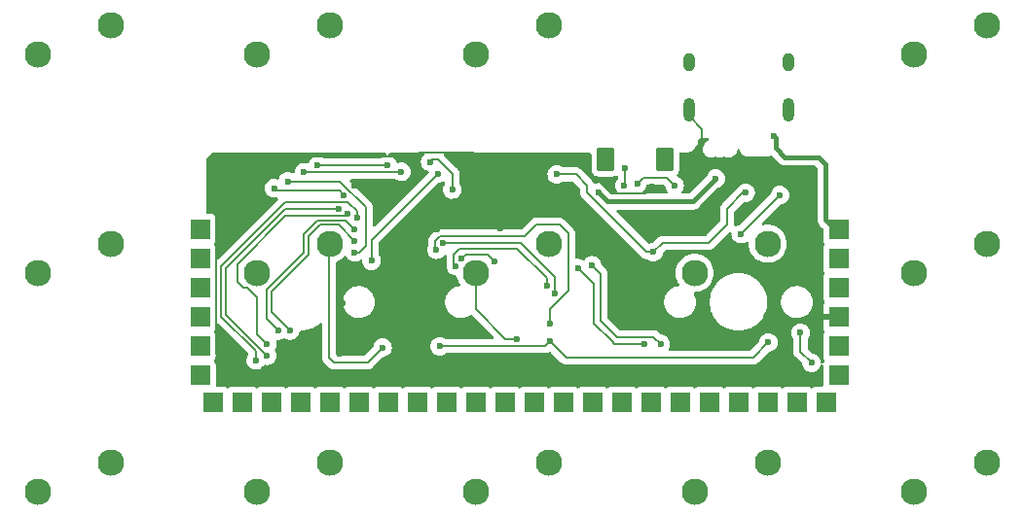
<source format=gbr>
%TF.GenerationSoftware,KiCad,Pcbnew,(6.0.10)*%
%TF.CreationDate,2023-03-18T11:22:51-05:00*%
%TF.ProjectId,Piggyback_2_0,50696767-7962-4616-936b-5f325f302e6b,rev?*%
%TF.SameCoordinates,Original*%
%TF.FileFunction,Copper,L1,Top*%
%TF.FilePolarity,Positive*%
%FSLAX46Y46*%
G04 Gerber Fmt 4.6, Leading zero omitted, Abs format (unit mm)*
G04 Created by KiCad (PCBNEW (6.0.10)) date 2023-03-18 11:22:51*
%MOMM*%
%LPD*%
G01*
G04 APERTURE LIST*
G04 Aperture macros list*
%AMRoundRect*
0 Rectangle with rounded corners*
0 $1 Rounding radius*
0 $2 $3 $4 $5 $6 $7 $8 $9 X,Y pos of 4 corners*
0 Add a 4 corners polygon primitive as box body*
4,1,4,$2,$3,$4,$5,$6,$7,$8,$9,$2,$3,0*
0 Add four circle primitives for the rounded corners*
1,1,$1+$1,$2,$3*
1,1,$1+$1,$4,$5*
1,1,$1+$1,$6,$7*
1,1,$1+$1,$8,$9*
0 Add four rect primitives between the rounded corners*
20,1,$1+$1,$2,$3,$4,$5,0*
20,1,$1+$1,$4,$5,$6,$7,0*
20,1,$1+$1,$6,$7,$8,$9,0*
20,1,$1+$1,$8,$9,$2,$3,0*%
G04 Aperture macros list end*
%TA.AperFunction,ComponentPad*%
%ADD10C,2.300000*%
%TD*%
%TA.AperFunction,ComponentPad*%
%ADD11R,1.700000X1.700000*%
%TD*%
%TA.AperFunction,SMDPad,CuDef*%
%ADD12RoundRect,0.100000X-0.625000X-0.900000X0.625000X-0.900000X0.625000X0.900000X-0.625000X0.900000X0*%
%TD*%
%TA.AperFunction,ComponentPad*%
%ADD13C,0.600000*%
%TD*%
%TA.AperFunction,ComponentPad*%
%ADD14O,1.000000X1.600000*%
%TD*%
%TA.AperFunction,ComponentPad*%
%ADD15O,1.000000X2.100000*%
%TD*%
%TA.AperFunction,ViaPad*%
%ADD16C,0.600000*%
%TD*%
%TA.AperFunction,Conductor*%
%ADD17C,0.200000*%
%TD*%
%TA.AperFunction,Conductor*%
%ADD18C,0.400000*%
%TD*%
G04 APERTURE END LIST*
D10*
%TO.P,SW2,1,1*%
%TO.N,unconnected-(SW2-Pad1)*%
X85883750Y-65722500D03*
%TO.P,SW2,2,2*%
%TO.N,unconnected-(SW2-Pad2)*%
X92233750Y-63182500D03*
%TD*%
%TO.P,SW12,1,1*%
%TO.N,unconnected-(SW12-Pad1)*%
X85883750Y-103822500D03*
%TO.P,SW12,2,2*%
%TO.N,unconnected-(SW12-Pad2)*%
X92233750Y-101282500D03*
%TD*%
%TO.P,SW5,1,1*%
%TO.N,unconnected-(SW5-Pad1)*%
X143033750Y-65722500D03*
%TO.P,SW5,2,2*%
%TO.N,unconnected-(SW5-Pad2)*%
X149383750Y-63182500D03*
%TD*%
%TO.P,SW9,1,1*%
%TO.N,Net-(SW9-Pad1)*%
X123983750Y-84772500D03*
%TO.P,SW9,2,2*%
%TO.N,GP1*%
X130333750Y-82232500D03*
%TD*%
%TO.P,SW14,1,1*%
%TO.N,unconnected-(SW14-Pad1)*%
X123983750Y-103822500D03*
%TO.P,SW14,2,2*%
%TO.N,unconnected-(SW14-Pad2)*%
X130333750Y-101282500D03*
%TD*%
D11*
%TO.P,J1,1,Pin_1*%
%TO.N,GP1*%
X136525000Y-93662500D03*
%TO.P,J1,2,Pin_2*%
%TO.N,GP0*%
X136525000Y-91122500D03*
%TO.P,J1,3,Pin_3*%
%TO.N,GND*%
X136525000Y-88582500D03*
%TO.P,J1,4,Pin_4*%
%TO.N,D+*%
X136525000Y-86042500D03*
%TO.P,J1,5,Pin_5*%
%TO.N,D-*%
X136525000Y-83502500D03*
%TO.P,J1,6,Pin_6*%
%TO.N,VBUS*%
X136525000Y-80962500D03*
%TD*%
D10*
%TO.P,SW15,1,1*%
%TO.N,unconnected-(SW15-Pad1)*%
X143033750Y-103822500D03*
%TO.P,SW15,2,2*%
%TO.N,unconnected-(SW15-Pad2)*%
X149383750Y-101282500D03*
%TD*%
%TO.P,SW7,1,1*%
%TO.N,GP23*%
X85883750Y-84772500D03*
%TO.P,SW7,2,2*%
%TO.N,Net-(D1-Pad2)*%
X92233750Y-82232500D03*
%TD*%
%TO.P,SW10,1,1*%
%TO.N,unconnected-(SW10-Pad1)*%
X143033750Y-84772500D03*
%TO.P,SW10,2,2*%
%TO.N,unconnected-(SW10-Pad2)*%
X149383750Y-82232500D03*
%TD*%
%TO.P,SW11,1,1*%
%TO.N,unconnected-(SW11-Pad1)*%
X66833750Y-103822500D03*
%TO.P,SW11,2,2*%
%TO.N,unconnected-(SW11-Pad2)*%
X73183750Y-101282500D03*
%TD*%
%TO.P,SW3,1,1*%
%TO.N,unconnected-(SW3-Pad1)*%
X104933750Y-65722500D03*
%TO.P,SW3,2,2*%
%TO.N,unconnected-(SW3-Pad2)*%
X111283750Y-63182500D03*
%TD*%
%TO.P,SW1,1,1*%
%TO.N,unconnected-(SW1-Pad1)*%
X66833750Y-65722500D03*
%TO.P,SW1,2,2*%
%TO.N,unconnected-(SW1-Pad2)*%
X73183750Y-63182500D03*
%TD*%
%TO.P,SW8,1,1*%
%TO.N,Net-(SW8-Pad1)*%
X104933750Y-84772500D03*
%TO.P,SW8,2,2*%
%TO.N,GP0*%
X111283750Y-82232500D03*
%TD*%
%TO.P,SW6,1,1*%
%TO.N,unconnected-(SW6-Pad1)*%
X66833750Y-84772500D03*
%TO.P,SW6,2,2*%
%TO.N,unconnected-(SW6-Pad2)*%
X73183750Y-82232500D03*
%TD*%
%TO.P,SW13,1,1*%
%TO.N,unconnected-(SW13-Pad1)*%
X104933750Y-103822500D03*
%TO.P,SW13,2,2*%
%TO.N,unconnected-(SW13-Pad2)*%
X111283750Y-101282500D03*
%TD*%
D11*
%TO.P,J5,1,Pin_1*%
%TO.N,GP29*%
X80962500Y-80962500D03*
%TO.P,J5,2,Pin_2*%
%TO.N,GP28*%
X80962500Y-83502500D03*
%TO.P,J5,3,Pin_3*%
%TO.N,GP27*%
X80962500Y-86042500D03*
%TO.P,J5,4,Pin_4*%
%TO.N,GP26*%
X80962500Y-88582500D03*
%TO.P,J5,5,Pin_5*%
%TO.N,GP25*%
X80962500Y-91122500D03*
%TO.P,J5,6,Pin_6*%
%TO.N,GP24*%
X80962500Y-93662500D03*
%TD*%
%TO.P,J2,1,Pin_1*%
%TO.N,GP23*%
X82068750Y-96043750D03*
%TO.P,J2,2,Pin_2*%
%TO.N,GP22*%
X84608750Y-96043750D03*
%TO.P,J2,3,Pin_3*%
%TO.N,GP21*%
X87148750Y-96043750D03*
%TO.P,J2,4,Pin_4*%
%TO.N,GP20*%
X89688750Y-96043750D03*
%TO.P,J2,5,Pin_5*%
%TO.N,GP19*%
X92228750Y-96043750D03*
%TO.P,J2,6,Pin_6*%
%TO.N,GP18*%
X94768750Y-96043750D03*
%TO.P,J2,7,Pin_7*%
%TO.N,GP17*%
X97308750Y-96043750D03*
%TO.P,J2,8,Pin_8*%
%TO.N,GP16*%
X99848750Y-96043750D03*
%TO.P,J2,9,Pin_9*%
%TO.N,GP15*%
X102388750Y-96043750D03*
%TO.P,J2,10,Pin_10*%
%TO.N,GP14*%
X104928750Y-96043750D03*
%TO.P,J2,11,Pin_11*%
%TO.N,GP13*%
X107468750Y-96043750D03*
%TO.P,J2,12,Pin_12*%
%TO.N,GP12*%
X110008750Y-96043750D03*
%TO.P,J2,13,Pin_13*%
%TO.N,GP11*%
X112548750Y-96043750D03*
%TO.P,J2,14,Pin_14*%
%TO.N,GP10*%
X115088750Y-96043750D03*
%TO.P,J2,15,Pin_15*%
%TO.N,GP9*%
X117628750Y-96043750D03*
%TO.P,J2,16,Pin_16*%
%TO.N,GP8*%
X120168750Y-96043750D03*
%TO.P,J2,17,Pin_17*%
%TO.N,GP7*%
X122708750Y-96043750D03*
%TO.P,J2,18,Pin_18*%
%TO.N,GP6*%
X125248750Y-96043750D03*
%TO.P,J2,19,Pin_19*%
%TO.N,GP5*%
X127788750Y-96043750D03*
%TO.P,J2,20,Pin_20*%
%TO.N,GP4*%
X130328750Y-96043750D03*
%TO.P,J2,21,Pin_21*%
%TO.N,GP3*%
X132868750Y-96043750D03*
%TO.P,J2,22,Pin_22*%
%TO.N,GP2*%
X135408750Y-96043750D03*
%TD*%
D12*
%TO.P,EZ1,*%
%TO.N,*%
X121387500Y-74862500D03*
D13*
X121012500Y-74162500D03*
X116612500Y-74162500D03*
X121012500Y-74862500D03*
X116612500Y-75562500D03*
X121762500Y-75562500D03*
X116612500Y-74862500D03*
D12*
X116237500Y-74862500D03*
D13*
X121012500Y-75562500D03*
X115812500Y-75562500D03*
%TD*%
D14*
%TO.P,J3,S1,SHIELD*%
%TO.N,GND*%
X123473750Y-66418750D03*
D15*
X123473750Y-70598750D03*
D14*
X132113750Y-66418750D03*
D15*
X132113750Y-70598750D03*
%TD*%
D16*
%TO.N,GP7*%
X130396762Y-90829792D03*
%TO.N,GP1*%
X133200000Y-90000000D03*
X134143750Y-92600000D03*
X119612500Y-90962500D03*
X113812500Y-84362500D03*
%TO.N,GP0*%
X121012500Y-90962500D03*
X115065625Y-84109375D03*
%TO.N,GP29*%
X90000000Y-76000000D03*
X98470977Y-75970330D03*
%TO.N,GP28*%
X97283692Y-75366541D03*
X91200000Y-75400000D03*
%TO.N,+5V*%
X115612500Y-77762500D03*
X125812500Y-76562500D03*
%TO.N,GND*%
X94385951Y-77172827D03*
X106290188Y-75846844D03*
X113791009Y-77982731D03*
X109380535Y-77991270D03*
X123288724Y-81223910D03*
X99612500Y-74762500D03*
X107093934Y-80918198D03*
X123012500Y-74562500D03*
X106600000Y-77200000D03*
X93081917Y-91825124D03*
X133400000Y-76200000D03*
X93334350Y-87428208D03*
X84200000Y-78200000D03*
X97012500Y-86162500D03*
X120319849Y-77289573D03*
X100012500Y-82550000D03*
X100012500Y-80962500D03*
X90200000Y-90200000D03*
X117412500Y-87362500D03*
X114775000Y-74600000D03*
X101600000Y-80962500D03*
X121212500Y-79562500D03*
X94363957Y-85321280D03*
X134556509Y-88868846D03*
X98425000Y-80962500D03*
X100012500Y-79375000D03*
%TO.N,+3V3*%
X102893934Y-77518198D03*
X128412500Y-77800000D03*
X120412500Y-82962500D03*
X93467690Y-77984615D03*
X87400000Y-77400000D03*
X112000000Y-76200000D03*
X100989040Y-75120053D03*
%TO.N,+1V1*%
X95893934Y-83718198D03*
X101693934Y-76118198D03*
%TO.N,VBUS*%
X130832696Y-72842758D03*
%TO.N,D+*%
X118978131Y-77026646D03*
X122240054Y-77151106D03*
%TO.N,D-*%
X117862206Y-77162500D03*
X117938430Y-75622000D03*
%TO.N,RUN*%
X94400000Y-83000000D03*
X88600000Y-76800000D03*
%TO.N,QSPI_SS*%
X131400000Y-78000000D03*
X128000000Y-81400000D03*
%TO.N,GP20*%
X93000000Y-79200000D03*
X86800000Y-92000000D03*
%TO.N,GP19*%
X93800000Y-79600000D03*
X86800000Y-91000000D03*
%TO.N,GP18*%
X85800000Y-92400000D03*
X94600000Y-80000000D03*
%TO.N,GP17*%
X87800000Y-89800000D03*
X94400000Y-81000000D03*
%TO.N,GP16*%
X94400000Y-82000000D03*
X88800000Y-89800000D03*
%TO.N,GP7*%
X101812500Y-91162500D03*
X111412500Y-90762500D03*
%TO.N,GP6*%
X111412500Y-89162500D03*
X101516303Y-82761847D03*
%TO.N,GP5*%
X103208339Y-84187765D03*
X111112657Y-85865846D03*
%TO.N,GP4*%
X102084633Y-82201129D03*
X111812500Y-86533621D03*
%TO.N,GP3*%
X106612500Y-83762500D03*
X103703287Y-83536519D03*
%TO.N,Net-(D1-Pad2)*%
X96837500Y-91281250D03*
%TO.N,Net-(SW8-Pad1)*%
X108493934Y-90518198D03*
%TD*%
D17*
%TO.N,GND*%
X134525355Y-88900000D02*
X134556509Y-88868846D01*
X123412500Y-89962500D02*
X129906250Y-89962500D01*
X129906250Y-89962500D02*
X130968750Y-88900000D01*
X130968750Y-88900000D02*
X134525355Y-88900000D01*
%TO.N,GP7*%
X129064054Y-92162500D02*
X130396762Y-90829792D01*
X126437500Y-92162500D02*
X129064054Y-92162500D01*
X126437500Y-92162500D02*
X112812500Y-92162500D01*
%TO.N,GP1*%
X119612500Y-90962500D02*
X117012500Y-90962500D01*
X115212500Y-89162500D02*
X115212500Y-88162500D01*
X133200000Y-91656250D02*
X133200000Y-90000000D01*
X117012500Y-90962500D02*
X116812500Y-90762500D01*
X116812500Y-90762500D02*
X115212500Y-89162500D01*
X115212500Y-85762500D02*
X113812500Y-84362500D01*
X134143750Y-92600000D02*
X133200000Y-91656250D01*
X115212500Y-88162500D02*
X115212500Y-85762500D01*
%TO.N,GP0*%
X115812500Y-84856250D02*
X115065625Y-84109375D01*
X116412500Y-89562500D02*
X117212500Y-90362500D01*
X116412500Y-89562500D02*
X115812500Y-88962500D01*
X117212500Y-90362500D02*
X118412500Y-90362500D01*
X118412500Y-90362500D02*
X118612500Y-90362500D01*
X121012500Y-90962500D02*
X120412500Y-90362500D01*
X115812500Y-88962500D02*
X115812500Y-84856250D01*
X120412500Y-90362500D02*
X118412500Y-90362500D01*
%TO.N,GP29*%
X98441307Y-76000000D02*
X98470977Y-75970330D01*
X90000000Y-76000000D02*
X98441307Y-76000000D01*
%TO.N,GP28*%
X97250233Y-75400000D02*
X97283692Y-75366541D01*
X91200000Y-75400000D02*
X97250233Y-75400000D01*
D18*
%TO.N,+5V*%
X123843750Y-78562500D02*
X123843750Y-78531250D01*
X123843750Y-78531250D02*
X125812500Y-76562500D01*
X115612500Y-77762500D02*
X116412500Y-78562500D01*
X116412500Y-78562500D02*
X123843750Y-78562500D01*
D17*
%TO.N,GND*%
X106600000Y-77200000D02*
X106290188Y-76890188D01*
X99612500Y-74762500D02*
X100092690Y-74282310D01*
X117412500Y-87362500D02*
X121812500Y-82962500D01*
X107093934Y-78906066D02*
X107093934Y-79106066D01*
X123473750Y-70598750D02*
X123473750Y-71086250D01*
X87800000Y-74600000D02*
X84200000Y-78200000D01*
X93678720Y-85321280D02*
X94363957Y-85321280D01*
X124568750Y-74562500D02*
X125412500Y-75406250D01*
X84400000Y-93800000D02*
X86800000Y-93800000D01*
X124412500Y-86962500D02*
X124412500Y-88962500D01*
X128012500Y-83362500D02*
X124412500Y-86962500D01*
X112575000Y-74600000D02*
X114775000Y-74600000D01*
X95321280Y-85321280D02*
X94363957Y-85321280D01*
X106651246Y-77251246D02*
X107093934Y-77693934D01*
X86800000Y-93800000D02*
X90200000Y-90400000D01*
X130212500Y-85162500D02*
X133612500Y-85162500D01*
X125412500Y-75406250D02*
X126206250Y-75406250D01*
X124412500Y-88962500D02*
X123412500Y-89962500D01*
X133400000Y-76200000D02*
X134556509Y-77356509D01*
X133612500Y-85162500D02*
X134556509Y-86106509D01*
X99612500Y-74762500D02*
X99450000Y-74600000D01*
X123412500Y-89962500D02*
X122412500Y-89962500D01*
X112575000Y-74600000D02*
X113450000Y-74600000D01*
X136525000Y-88582500D02*
X134842855Y-88582500D01*
X113791009Y-77982731D02*
X109389074Y-77982731D01*
X134556509Y-86106509D02*
X134556509Y-88868846D01*
X93334350Y-85665650D02*
X93678720Y-85321280D01*
X128312634Y-76200000D02*
X133400000Y-76200000D01*
X96162500Y-86162500D02*
X95321280Y-85321280D01*
X97012500Y-83962500D02*
X97012500Y-86162500D01*
X104725654Y-74282310D02*
X106290188Y-75846844D01*
X107093934Y-79106066D02*
X107093934Y-79293934D01*
X113450000Y-74600000D02*
X116729346Y-77879346D01*
X99027173Y-77172827D02*
X99612500Y-76587500D01*
X82400000Y-80000000D02*
X84200000Y-78200000D01*
X101681066Y-79293934D02*
X100012500Y-80962500D01*
X134556509Y-77356509D02*
X134556509Y-88868846D01*
X107537032Y-74600000D02*
X106290188Y-75846844D01*
X127518884Y-75406250D02*
X128312634Y-76200000D01*
X90200000Y-90400000D02*
X90200000Y-90200000D01*
X93081917Y-91825124D02*
X93081917Y-89718083D01*
X106290188Y-75846844D02*
X106290188Y-76509812D01*
X99450000Y-74600000D02*
X87800000Y-74600000D01*
X97012500Y-86162500D02*
X96162500Y-86162500D01*
X113791009Y-81341009D02*
X113791009Y-77982731D01*
X123288724Y-81223910D02*
X128312634Y-76200000D01*
X126206250Y-75406250D02*
X127518884Y-75406250D01*
X109389074Y-77982731D02*
X109380535Y-77991270D01*
X122873910Y-81223910D02*
X121212500Y-79562500D01*
X109380535Y-77991270D02*
X108008730Y-77991270D01*
X121812500Y-82962500D02*
X128012500Y-82962500D01*
X123288724Y-81223910D02*
X122873910Y-81223910D01*
X123473750Y-71086250D02*
X124618750Y-72231250D01*
X107093934Y-77693934D02*
X107093934Y-79106066D01*
X83400000Y-92800000D02*
X82400000Y-91800000D01*
X94385951Y-77172827D02*
X99027173Y-77172827D01*
X124618750Y-72231250D02*
X124618750Y-73661100D01*
X128012500Y-82962500D02*
X130212500Y-85162500D01*
X107537032Y-74600000D02*
X112575000Y-74600000D01*
X93081917Y-89718083D02*
X93334350Y-89465650D01*
X82400000Y-91800000D02*
X82400000Y-80000000D01*
X106290188Y-76890188D02*
X106290188Y-76509812D01*
X99612500Y-76587500D02*
X99612500Y-74762500D01*
X119730076Y-77879346D02*
X120319849Y-77289573D01*
X83400000Y-92800000D02*
X84400000Y-93800000D01*
X128012500Y-82962500D02*
X128012500Y-83362500D01*
X107093934Y-79293934D02*
X101681066Y-79293934D01*
X108008730Y-77991270D02*
X107093934Y-78906066D01*
X121212500Y-79562500D02*
X121212500Y-79587599D01*
X93334350Y-87428208D02*
X93334350Y-85665650D01*
X124618750Y-73661100D02*
X123717350Y-74562500D01*
X122412500Y-89962500D02*
X113791009Y-81341009D01*
X93334350Y-89465650D02*
X93334350Y-87428208D01*
X107093934Y-79293934D02*
X107093934Y-80918198D01*
X134842855Y-88582500D02*
X134556509Y-88868846D01*
X100012500Y-80962500D02*
X97012500Y-83962500D01*
X123012500Y-74562500D02*
X124568750Y-74562500D01*
X123717350Y-74562500D02*
X123012500Y-74562500D01*
X116729346Y-77879346D02*
X119730076Y-77879346D01*
X100092690Y-74282310D02*
X104725654Y-74282310D01*
%TO.N,+3V3*%
X114612500Y-77762500D02*
X119812500Y-82962500D01*
X126812500Y-80562500D02*
X125212500Y-82162500D01*
X114612500Y-77162500D02*
X114612500Y-77762500D01*
X102893934Y-76118198D02*
X101693934Y-74918198D01*
X119812500Y-82962500D02*
X120412500Y-82962500D01*
X125212500Y-82162500D02*
X121212500Y-82162500D01*
X93467690Y-77984615D02*
X93083075Y-77600000D01*
X112000000Y-76200000D02*
X113650000Y-76200000D01*
X101693934Y-74918198D02*
X101190895Y-74918198D01*
X102893934Y-77518198D02*
X102893934Y-76118198D01*
X87600000Y-77600000D02*
X93083075Y-77600000D01*
X113650000Y-76200000D02*
X114612500Y-77162500D01*
X101190895Y-74918198D02*
X100989040Y-75120053D01*
X87600000Y-77600000D02*
X87400000Y-77400000D01*
X128412500Y-77800000D02*
X128200000Y-77800000D01*
X126812500Y-79187500D02*
X126812500Y-80562500D01*
X121212500Y-82162500D02*
X120412500Y-82962500D01*
X128200000Y-77800000D02*
X126812500Y-79187500D01*
%TO.N,+1V1*%
X95893934Y-81906066D02*
X101681802Y-76118198D01*
X101681802Y-76118198D02*
X101693934Y-76118198D01*
X95893934Y-83718198D02*
X95893934Y-81906066D01*
D18*
%TO.N,VBUS*%
X130832696Y-72842758D02*
X131038411Y-73048473D01*
X131832161Y-74682161D02*
X131038411Y-73888411D01*
X136226037Y-80962500D02*
X136525000Y-80962500D01*
X131038411Y-73048473D02*
X131038411Y-73888411D01*
X135361854Y-75317820D02*
X134726195Y-74682161D01*
X134726195Y-74682161D02*
X131832161Y-74682161D01*
X135361854Y-80098317D02*
X135361854Y-75317820D01*
X135361854Y-80098317D02*
X136226037Y-80962500D01*
D17*
%TO.N,D+*%
X121555827Y-76466879D02*
X120704412Y-76466879D01*
X119537898Y-76466879D02*
X118978131Y-77026646D01*
X120704412Y-76466879D02*
X119537898Y-76466879D01*
X122240054Y-77151106D02*
X121555827Y-76466879D01*
%TO.N,D-*%
X117862206Y-77162500D02*
X117938430Y-77063332D01*
X117938430Y-77063332D02*
X117938430Y-75622000D01*
%TO.N,RUN*%
X94800000Y-83000000D02*
X95400000Y-82400000D01*
X95400000Y-79055470D02*
X93144530Y-76800000D01*
X93144530Y-76800000D02*
X88600000Y-76800000D01*
X94400000Y-83000000D02*
X94800000Y-83000000D01*
X95400000Y-82400000D02*
X95400000Y-79055470D01*
%TO.N,QSPI_SS*%
X128000000Y-81400000D02*
X131400000Y-78000000D01*
%TO.N,GP20*%
X83200000Y-84400000D02*
X88400000Y-79200000D01*
X83200000Y-88400000D02*
X83200000Y-84400000D01*
X86800000Y-92000000D02*
X83200000Y-88400000D01*
X88400000Y-79200000D02*
X93000000Y-79200000D01*
%TO.N,GP19*%
X84723069Y-86052253D02*
X85087676Y-86052253D01*
X93600000Y-79800000D02*
X88400000Y-79800000D01*
X84200000Y-84000000D02*
X84200000Y-85529184D01*
X93800000Y-79600000D02*
X93600000Y-79800000D01*
X85920731Y-90120731D02*
X86800000Y-91000000D01*
X85920731Y-86885308D02*
X85920731Y-90120731D01*
X85087676Y-86052253D02*
X85920731Y-86885308D01*
X88400000Y-79800000D02*
X84200000Y-84000000D01*
X84200000Y-85529184D02*
X84723069Y-86052253D01*
%TO.N,GP18*%
X82800000Y-84200000D02*
X88400000Y-78600000D01*
X85800000Y-91600000D02*
X82800000Y-88600000D01*
X93800000Y-78600000D02*
X94600000Y-79400000D01*
X85800000Y-92400000D02*
X85800000Y-91600000D01*
X82800000Y-88600000D02*
X82800000Y-84200000D01*
X88400000Y-78600000D02*
X93800000Y-78600000D01*
X94600000Y-79400000D02*
X94600000Y-80000000D01*
%TO.N,GP17*%
X86800000Y-86200000D02*
X86800000Y-88800000D01*
X90000000Y-81400000D02*
X91200000Y-80200000D01*
X86800000Y-88800000D02*
X87800000Y-89800000D01*
X86800000Y-86200000D02*
X90000000Y-83000000D01*
X91200000Y-80200000D02*
X93600000Y-80200000D01*
X94400000Y-81000000D02*
X93600000Y-80200000D01*
X90000000Y-81400000D02*
X90000000Y-83000000D01*
%TO.N,GP16*%
X87200000Y-86400000D02*
X90400000Y-83200000D01*
X90400000Y-81600000D02*
X91400000Y-80600000D01*
X90400000Y-81600000D02*
X90400000Y-83200000D01*
X91400000Y-80600000D02*
X93000000Y-80600000D01*
X87200000Y-88200000D02*
X88800000Y-89800000D01*
X87200000Y-86400000D02*
X87200000Y-88200000D01*
X94400000Y-82000000D02*
X93000000Y-80600000D01*
%TO.N,GP7*%
X101812500Y-91162500D02*
X111012500Y-91162500D01*
X112812500Y-92162500D02*
X111412500Y-90762500D01*
X111012500Y-91162500D02*
X111412500Y-90762500D01*
%TO.N,GP6*%
X113012500Y-86290520D02*
X111412500Y-87890520D01*
X101412500Y-82658044D02*
X101412500Y-81962500D01*
X113012500Y-81362500D02*
X113012500Y-86290520D01*
X101516303Y-82761847D02*
X101412500Y-82658044D01*
X111412500Y-87890520D02*
X111412500Y-89162500D01*
X101412500Y-81962500D02*
X101812500Y-81562500D01*
X112212500Y-80562500D02*
X113012500Y-81362500D01*
X101812500Y-81562500D02*
X109212500Y-81562500D01*
X109212500Y-81562500D02*
X110212500Y-80562500D01*
X110212500Y-80562500D02*
X112212500Y-80562500D01*
%TO.N,GP5*%
X103208339Y-84187765D02*
X103012500Y-83991926D01*
X111112657Y-85230855D02*
X111112657Y-85865846D01*
X103012500Y-83162500D02*
X103504725Y-82670275D01*
X103504725Y-82670275D02*
X108552077Y-82670275D01*
X103012500Y-83991926D02*
X103012500Y-83162500D01*
X108552077Y-82670275D02*
X111112657Y-85230855D01*
%TO.N,GP4*%
X108878078Y-82201129D02*
X111812500Y-85135551D01*
X111812500Y-85135551D02*
X111812500Y-86533621D01*
X102084633Y-82201129D02*
X108878078Y-82201129D01*
%TO.N,GP3*%
X103703287Y-83536519D02*
X104077306Y-83162500D01*
X104077306Y-83162500D02*
X106012500Y-83162500D01*
X106012500Y-83162500D02*
X106612500Y-83762500D01*
%TO.N,Net-(D1-Pad2)*%
X92562500Y-92562500D02*
X92200000Y-92200000D01*
X96837500Y-91281250D02*
X95556250Y-92562500D01*
X95556250Y-92562500D02*
X92562500Y-92562500D01*
X92200000Y-92200000D02*
X92200000Y-82266250D01*
%TO.N,Net-(SW8-Pad1)*%
X104933750Y-87958014D02*
X104933750Y-84772500D01*
X108493934Y-90518198D02*
X107493934Y-90518198D01*
X107493934Y-90518198D02*
X104933750Y-87958014D01*
%TD*%
%TA.AperFunction,Conductor*%
%TO.N,GND*%
G36*
X125172337Y-73045002D02*
G01*
X125218830Y-73098658D01*
X125228934Y-73168932D01*
X125199440Y-73233512D01*
X125147208Y-73269438D01*
X125108697Y-73283417D01*
X125108688Y-73283421D01*
X125101813Y-73285917D01*
X125095696Y-73289928D01*
X125095693Y-73289929D01*
X124962308Y-73377380D01*
X124953898Y-73382894D01*
X124832260Y-73511297D01*
X124743424Y-73664240D01*
X124741303Y-73671244D01*
X124741301Y-73671248D01*
X124704640Y-73792296D01*
X124692155Y-73833517D01*
X124681203Y-74010048D01*
X124711156Y-74184364D01*
X124780407Y-74347114D01*
X124784740Y-74353002D01*
X124784743Y-74353007D01*
X124830273Y-74414874D01*
X124885242Y-74489568D01*
X124890820Y-74494307D01*
X124890823Y-74494310D01*
X125014456Y-74599344D01*
X125014460Y-74599347D01*
X125020035Y-74604083D01*
X125075185Y-74632244D01*
X125171042Y-74681192D01*
X125171044Y-74681193D01*
X125177558Y-74684519D01*
X125184663Y-74686258D01*
X125184667Y-74686259D01*
X125266988Y-74706402D01*
X125349360Y-74726558D01*
X125354962Y-74726906D01*
X125354965Y-74726906D01*
X125358575Y-74727130D01*
X125358585Y-74727130D01*
X125360514Y-74727250D01*
X125488043Y-74727250D01*
X125557786Y-74719119D01*
X125612161Y-74712780D01*
X125612165Y-74712779D01*
X125619431Y-74711932D01*
X125626306Y-74709437D01*
X125626308Y-74709436D01*
X125773566Y-74655983D01*
X125844424Y-74651542D01*
X125873859Y-74662205D01*
X125903323Y-74677250D01*
X125917558Y-74684519D01*
X125924663Y-74686258D01*
X125924667Y-74686259D01*
X126006988Y-74706402D01*
X126089360Y-74726558D01*
X126094962Y-74726906D01*
X126094965Y-74726906D01*
X126098575Y-74727130D01*
X126098585Y-74727130D01*
X126100514Y-74727250D01*
X126228043Y-74727250D01*
X126297786Y-74719119D01*
X126352161Y-74712780D01*
X126352165Y-74712779D01*
X126359431Y-74711932D01*
X126366306Y-74709437D01*
X126366308Y-74709436D01*
X126513566Y-74655983D01*
X126584424Y-74651542D01*
X126613859Y-74662205D01*
X126643323Y-74677250D01*
X126657558Y-74684519D01*
X126664663Y-74686258D01*
X126664667Y-74686259D01*
X126746988Y-74706402D01*
X126829360Y-74726558D01*
X126834962Y-74726906D01*
X126834965Y-74726906D01*
X126838575Y-74727130D01*
X126838585Y-74727130D01*
X126840514Y-74727250D01*
X126968043Y-74727250D01*
X127037786Y-74719119D01*
X127092161Y-74712780D01*
X127092165Y-74712779D01*
X127099431Y-74711932D01*
X127106306Y-74709437D01*
X127106308Y-74709436D01*
X127258811Y-74654079D01*
X127258812Y-74654079D01*
X127265687Y-74651583D01*
X127271804Y-74647572D01*
X127271807Y-74647571D01*
X127407483Y-74558618D01*
X127407484Y-74558617D01*
X127413602Y-74554606D01*
X127535240Y-74426203D01*
X127624076Y-74273260D01*
X127627810Y-74260933D01*
X127673223Y-74110989D01*
X127675345Y-74103983D01*
X127675798Y-74096677D01*
X127676239Y-74094228D01*
X127707988Y-74030727D01*
X127769029Y-73994470D01*
X127839982Y-73996971D01*
X127898319Y-74037435D01*
X127924427Y-74095204D01*
X127931156Y-74134364D01*
X128000407Y-74297114D01*
X128004740Y-74303002D01*
X128004743Y-74303007D01*
X128049744Y-74364155D01*
X128105242Y-74439568D01*
X128110820Y-74444307D01*
X128110823Y-74444310D01*
X128234456Y-74549344D01*
X128234460Y-74549347D01*
X128240035Y-74554083D01*
X128279866Y-74574422D01*
X128391042Y-74631192D01*
X128391044Y-74631193D01*
X128397558Y-74634519D01*
X128404663Y-74636258D01*
X128404667Y-74636259D01*
X128477494Y-74654079D01*
X128569360Y-74676558D01*
X128574962Y-74676906D01*
X128574965Y-74676906D01*
X128578575Y-74677130D01*
X128578585Y-74677130D01*
X128580514Y-74677250D01*
X128708043Y-74677250D01*
X128781148Y-74668727D01*
X128832161Y-74662780D01*
X128832165Y-74662779D01*
X128839431Y-74661932D01*
X128846306Y-74659437D01*
X128846308Y-74659436D01*
X128993566Y-74605983D01*
X129064424Y-74601542D01*
X129093859Y-74612205D01*
X129124964Y-74628088D01*
X129137558Y-74634519D01*
X129144663Y-74636258D01*
X129144667Y-74636259D01*
X129217494Y-74654079D01*
X129309360Y-74676558D01*
X129314962Y-74676906D01*
X129314965Y-74676906D01*
X129318575Y-74677130D01*
X129318585Y-74677130D01*
X129320514Y-74677250D01*
X129448043Y-74677250D01*
X129521148Y-74668727D01*
X129572161Y-74662780D01*
X129572165Y-74662779D01*
X129579431Y-74661932D01*
X129586306Y-74659437D01*
X129586308Y-74659436D01*
X129733566Y-74605983D01*
X129804424Y-74601542D01*
X129833859Y-74612205D01*
X129864964Y-74628088D01*
X129877558Y-74634519D01*
X129884663Y-74636258D01*
X129884667Y-74636259D01*
X129957494Y-74654079D01*
X130049360Y-74676558D01*
X130054962Y-74676906D01*
X130054965Y-74676906D01*
X130058575Y-74677130D01*
X130058585Y-74677130D01*
X130060514Y-74677250D01*
X130188043Y-74677250D01*
X130261148Y-74668727D01*
X130312161Y-74662780D01*
X130312165Y-74662779D01*
X130319431Y-74661932D01*
X130326306Y-74659437D01*
X130326308Y-74659436D01*
X130478811Y-74604079D01*
X130478812Y-74604079D01*
X130485687Y-74601583D01*
X130559389Y-74553262D01*
X130627325Y-74532639D01*
X130695625Y-74552019D01*
X130717569Y-74569539D01*
X131310711Y-75162681D01*
X131316565Y-75168946D01*
X131354600Y-75212546D01*
X131388956Y-75236692D01*
X131406880Y-75249289D01*
X131412175Y-75253222D01*
X131462443Y-75292637D01*
X131469359Y-75295760D01*
X131471645Y-75297144D01*
X131486326Y-75305518D01*
X131488686Y-75306783D01*
X131494900Y-75311151D01*
X131501979Y-75313911D01*
X131501981Y-75313912D01*
X131554436Y-75334363D01*
X131560505Y-75336914D01*
X131618734Y-75363206D01*
X131626201Y-75364590D01*
X131628756Y-75365391D01*
X131645009Y-75370020D01*
X131647589Y-75370683D01*
X131654670Y-75373443D01*
X131662201Y-75374434D01*
X131662203Y-75374435D01*
X131691822Y-75378334D01*
X131718022Y-75381783D01*
X131724520Y-75382813D01*
X131787347Y-75394457D01*
X131794927Y-75394020D01*
X131794928Y-75394020D01*
X131849553Y-75390870D01*
X131856807Y-75390661D01*
X134380535Y-75390661D01*
X134448656Y-75410663D01*
X134469630Y-75427566D01*
X134616449Y-75574385D01*
X134650475Y-75636697D01*
X134653354Y-75663480D01*
X134653354Y-80069405D01*
X134653062Y-80077975D01*
X134649960Y-80123484D01*
X134649129Y-80135669D01*
X134650434Y-80143146D01*
X134650434Y-80143147D01*
X134660115Y-80198616D01*
X134661077Y-80205138D01*
X134668752Y-80268559D01*
X134671435Y-80275660D01*
X134672076Y-80278269D01*
X134676539Y-80294579D01*
X134677304Y-80297115D01*
X134678611Y-80304601D01*
X134681665Y-80311558D01*
X134704296Y-80363112D01*
X134706787Y-80369216D01*
X134729367Y-80428973D01*
X134733671Y-80435236D01*
X134734908Y-80437602D01*
X134743153Y-80452414D01*
X134744486Y-80454668D01*
X134747539Y-80461622D01*
X134778001Y-80501319D01*
X134786433Y-80512308D01*
X134790313Y-80517649D01*
X134822193Y-80564037D01*
X134822198Y-80564042D01*
X134826497Y-80570298D01*
X134832167Y-80575349D01*
X134832168Y-80575351D01*
X134873024Y-80611752D01*
X134878300Y-80616733D01*
X135129595Y-80868028D01*
X135163621Y-80930340D01*
X135166500Y-80957123D01*
X135166500Y-81860634D01*
X135173255Y-81922816D01*
X135224385Y-82059205D01*
X135287279Y-82143124D01*
X135297630Y-82156935D01*
X135322478Y-82223441D01*
X135307425Y-82292824D01*
X135297632Y-82308062D01*
X135224385Y-82405795D01*
X135173255Y-82542184D01*
X135166500Y-82604366D01*
X135166500Y-84400634D01*
X135173255Y-84462816D01*
X135224385Y-84599205D01*
X135297630Y-84696935D01*
X135322478Y-84763441D01*
X135307425Y-84832824D01*
X135297633Y-84848061D01*
X135224385Y-84945795D01*
X135173255Y-85082184D01*
X135166500Y-85144366D01*
X135166500Y-86940634D01*
X135173255Y-87002816D01*
X135224385Y-87139205D01*
X135267191Y-87196321D01*
X135297942Y-87237352D01*
X135322790Y-87303858D01*
X135307737Y-87373241D01*
X135297942Y-87388482D01*
X135230214Y-87478851D01*
X135221676Y-87494446D01*
X135176522Y-87614894D01*
X135172895Y-87630149D01*
X135167369Y-87681014D01*
X135167000Y-87687828D01*
X135167000Y-88310385D01*
X135171475Y-88325624D01*
X135172865Y-88326829D01*
X135180548Y-88328500D01*
X135890500Y-88328500D01*
X135958621Y-88348502D01*
X136005114Y-88402158D01*
X136016500Y-88454500D01*
X136016500Y-88710500D01*
X135996498Y-88778621D01*
X135942842Y-88825114D01*
X135890500Y-88836500D01*
X135185116Y-88836500D01*
X135169877Y-88840975D01*
X135168672Y-88842365D01*
X135167001Y-88850048D01*
X135167001Y-89477169D01*
X135167371Y-89483990D01*
X135172895Y-89534852D01*
X135176521Y-89550104D01*
X135221676Y-89670554D01*
X135230214Y-89686149D01*
X135297942Y-89776518D01*
X135322790Y-89843025D01*
X135307737Y-89912407D01*
X135297942Y-89927648D01*
X135297294Y-89928513D01*
X135224385Y-90025795D01*
X135173255Y-90162184D01*
X135166500Y-90224366D01*
X135166500Y-92020634D01*
X135173255Y-92082816D01*
X135224385Y-92219205D01*
X135297630Y-92316935D01*
X135322478Y-92383441D01*
X135307425Y-92452824D01*
X135297632Y-92468062D01*
X135224385Y-92565795D01*
X135221233Y-92574203D01*
X135221232Y-92574205D01*
X135200490Y-92629534D01*
X135157849Y-92686299D01*
X135091287Y-92710999D01*
X135021938Y-92695792D01*
X134971820Y-92645506D01*
X134957293Y-92599350D01*
X134953121Y-92562151D01*
X134937147Y-92419745D01*
X134922531Y-92377773D01*
X134879814Y-92255106D01*
X134879812Y-92255103D01*
X134877495Y-92248448D01*
X134781376Y-92094624D01*
X134769650Y-92082816D01*
X134658528Y-91970915D01*
X134658524Y-91970912D01*
X134653565Y-91965918D01*
X134634786Y-91954000D01*
X134570365Y-91913118D01*
X134500416Y-91868727D01*
X134426209Y-91842303D01*
X134336175Y-91810243D01*
X134336170Y-91810242D01*
X134329540Y-91807881D01*
X134322554Y-91807048D01*
X134322550Y-91807047D01*
X134239614Y-91797158D01*
X134174341Y-91769231D01*
X134165438Y-91761139D01*
X133845405Y-91441106D01*
X133811379Y-91378794D01*
X133808500Y-91352011D01*
X133808500Y-90583248D01*
X133829552Y-90513521D01*
X133873038Y-90448069D01*
X133923643Y-90371902D01*
X133970607Y-90248271D01*
X133985555Y-90208920D01*
X133985556Y-90208918D01*
X133988055Y-90202338D01*
X133991099Y-90180678D01*
X134012748Y-90026639D01*
X134012748Y-90026636D01*
X134013299Y-90022717D01*
X134013616Y-90000000D01*
X133993397Y-89819745D01*
X133990202Y-89810569D01*
X133936064Y-89655106D01*
X133936062Y-89655103D01*
X133933745Y-89648448D01*
X133902688Y-89598746D01*
X133841359Y-89500598D01*
X133837626Y-89494624D01*
X133823941Y-89480843D01*
X133714778Y-89370915D01*
X133714774Y-89370912D01*
X133709815Y-89365918D01*
X133698697Y-89358862D01*
X133626688Y-89313164D01*
X133556666Y-89268727D01*
X133526580Y-89258014D01*
X133392425Y-89210243D01*
X133392420Y-89210242D01*
X133385790Y-89207881D01*
X133378802Y-89207048D01*
X133378799Y-89207047D01*
X133255402Y-89192333D01*
X133205680Y-89186404D01*
X133198677Y-89187140D01*
X133198676Y-89187140D01*
X133032288Y-89204628D01*
X133032286Y-89204629D01*
X133025288Y-89205364D01*
X132853579Y-89263818D01*
X132847575Y-89267512D01*
X132705095Y-89355166D01*
X132705092Y-89355168D01*
X132699088Y-89358862D01*
X132694053Y-89363793D01*
X132694050Y-89363795D01*
X132574525Y-89480843D01*
X132569493Y-89485771D01*
X132471235Y-89638238D01*
X132468826Y-89644858D01*
X132468824Y-89644861D01*
X132411606Y-89802066D01*
X132409197Y-89808685D01*
X132386463Y-89988640D01*
X132404163Y-90169160D01*
X132461418Y-90341273D01*
X132465065Y-90347295D01*
X132465066Y-90347297D01*
X132548400Y-90484898D01*
X132555380Y-90496424D01*
X132560275Y-90501493D01*
X132564571Y-90507071D01*
X132562243Y-90508864D01*
X132589071Y-90560115D01*
X132591500Y-90584734D01*
X132591500Y-91608114D01*
X132590422Y-91624557D01*
X132586250Y-91656250D01*
X132591500Y-91696130D01*
X132591500Y-91696135D01*
X132600687Y-91765918D01*
X132607162Y-91815101D01*
X132668476Y-91963126D01*
X132673503Y-91969677D01*
X132673504Y-91969679D01*
X132741520Y-92058319D01*
X132741526Y-92058325D01*
X132766013Y-92090237D01*
X132772568Y-92095267D01*
X132791379Y-92109702D01*
X132803770Y-92120569D01*
X133304657Y-92621456D01*
X133338683Y-92683768D01*
X133340961Y-92698256D01*
X133342977Y-92718817D01*
X133347913Y-92769160D01*
X133405168Y-92941273D01*
X133408815Y-92947295D01*
X133408816Y-92947297D01*
X133476891Y-93059702D01*
X133499130Y-93096424D01*
X133504019Y-93101487D01*
X133504020Y-93101488D01*
X133538642Y-93137340D01*
X133625132Y-93226902D01*
X133776909Y-93326222D01*
X133783513Y-93328678D01*
X133783515Y-93328679D01*
X133940308Y-93386990D01*
X133940310Y-93386990D01*
X133946918Y-93389448D01*
X134030745Y-93400633D01*
X134119730Y-93412507D01*
X134119734Y-93412507D01*
X134126711Y-93413438D01*
X134133722Y-93412800D01*
X134133726Y-93412800D01*
X134276209Y-93399832D01*
X134307350Y-93396998D01*
X134314052Y-93394820D01*
X134314054Y-93394820D01*
X134473159Y-93343124D01*
X134473162Y-93343123D01*
X134479858Y-93340947D01*
X134635662Y-93248069D01*
X134767016Y-93122982D01*
X134867393Y-92971902D01*
X134922712Y-92826275D01*
X134965601Y-92769697D01*
X135032270Y-92745288D01*
X135101551Y-92760798D01*
X135151450Y-92811302D01*
X135166500Y-92871019D01*
X135166500Y-94559250D01*
X135146498Y-94627371D01*
X135092842Y-94673864D01*
X135040500Y-94685250D01*
X134510616Y-94685250D01*
X134448434Y-94692005D01*
X134312045Y-94743135D01*
X134290603Y-94759205D01*
X134214315Y-94816380D01*
X134147809Y-94841228D01*
X134078426Y-94826175D01*
X134063185Y-94816380D01*
X133986897Y-94759205D01*
X133965455Y-94743135D01*
X133829066Y-94692005D01*
X133766884Y-94685250D01*
X131970616Y-94685250D01*
X131908434Y-94692005D01*
X131772045Y-94743135D01*
X131750603Y-94759205D01*
X131674315Y-94816380D01*
X131607809Y-94841228D01*
X131538426Y-94826175D01*
X131523185Y-94816380D01*
X131446897Y-94759205D01*
X131425455Y-94743135D01*
X131289066Y-94692005D01*
X131226884Y-94685250D01*
X129430616Y-94685250D01*
X129368434Y-94692005D01*
X129232045Y-94743135D01*
X129210603Y-94759205D01*
X129134315Y-94816380D01*
X129067809Y-94841228D01*
X128998426Y-94826175D01*
X128983185Y-94816380D01*
X128906897Y-94759205D01*
X128885455Y-94743135D01*
X128749066Y-94692005D01*
X128686884Y-94685250D01*
X126890616Y-94685250D01*
X126828434Y-94692005D01*
X126692045Y-94743135D01*
X126670603Y-94759205D01*
X126594315Y-94816380D01*
X126527809Y-94841228D01*
X126458426Y-94826175D01*
X126443185Y-94816380D01*
X126366897Y-94759205D01*
X126345455Y-94743135D01*
X126209066Y-94692005D01*
X126146884Y-94685250D01*
X124350616Y-94685250D01*
X124288434Y-94692005D01*
X124152045Y-94743135D01*
X124130603Y-94759205D01*
X124054315Y-94816380D01*
X123987809Y-94841228D01*
X123918426Y-94826175D01*
X123903185Y-94816380D01*
X123826897Y-94759205D01*
X123805455Y-94743135D01*
X123669066Y-94692005D01*
X123606884Y-94685250D01*
X121810616Y-94685250D01*
X121748434Y-94692005D01*
X121612045Y-94743135D01*
X121590603Y-94759205D01*
X121514315Y-94816380D01*
X121447809Y-94841228D01*
X121378426Y-94826175D01*
X121363185Y-94816380D01*
X121286897Y-94759205D01*
X121265455Y-94743135D01*
X121129066Y-94692005D01*
X121066884Y-94685250D01*
X119270616Y-94685250D01*
X119208434Y-94692005D01*
X119072045Y-94743135D01*
X119050603Y-94759205D01*
X118974315Y-94816380D01*
X118907809Y-94841228D01*
X118838426Y-94826175D01*
X118823185Y-94816380D01*
X118746897Y-94759205D01*
X118725455Y-94743135D01*
X118589066Y-94692005D01*
X118526884Y-94685250D01*
X116730616Y-94685250D01*
X116668434Y-94692005D01*
X116532045Y-94743135D01*
X116510603Y-94759205D01*
X116434315Y-94816380D01*
X116367809Y-94841228D01*
X116298426Y-94826175D01*
X116283185Y-94816380D01*
X116206897Y-94759205D01*
X116185455Y-94743135D01*
X116049066Y-94692005D01*
X115986884Y-94685250D01*
X114190616Y-94685250D01*
X114128434Y-94692005D01*
X113992045Y-94743135D01*
X113970603Y-94759205D01*
X113894315Y-94816380D01*
X113827809Y-94841228D01*
X113758426Y-94826175D01*
X113743185Y-94816380D01*
X113666897Y-94759205D01*
X113645455Y-94743135D01*
X113509066Y-94692005D01*
X113446884Y-94685250D01*
X111650616Y-94685250D01*
X111588434Y-94692005D01*
X111452045Y-94743135D01*
X111430603Y-94759205D01*
X111354315Y-94816380D01*
X111287809Y-94841228D01*
X111218426Y-94826175D01*
X111203185Y-94816380D01*
X111126897Y-94759205D01*
X111105455Y-94743135D01*
X110969066Y-94692005D01*
X110906884Y-94685250D01*
X109110616Y-94685250D01*
X109048434Y-94692005D01*
X108912045Y-94743135D01*
X108890603Y-94759205D01*
X108814315Y-94816380D01*
X108747809Y-94841228D01*
X108678426Y-94826175D01*
X108663185Y-94816380D01*
X108586897Y-94759205D01*
X108565455Y-94743135D01*
X108429066Y-94692005D01*
X108366884Y-94685250D01*
X106570616Y-94685250D01*
X106508434Y-94692005D01*
X106372045Y-94743135D01*
X106350603Y-94759205D01*
X106274315Y-94816380D01*
X106207809Y-94841228D01*
X106138426Y-94826175D01*
X106123185Y-94816380D01*
X106046897Y-94759205D01*
X106025455Y-94743135D01*
X105889066Y-94692005D01*
X105826884Y-94685250D01*
X104030616Y-94685250D01*
X103968434Y-94692005D01*
X103832045Y-94743135D01*
X103810603Y-94759205D01*
X103734315Y-94816380D01*
X103667809Y-94841228D01*
X103598426Y-94826175D01*
X103583185Y-94816380D01*
X103506897Y-94759205D01*
X103485455Y-94743135D01*
X103349066Y-94692005D01*
X103286884Y-94685250D01*
X101490616Y-94685250D01*
X101428434Y-94692005D01*
X101292045Y-94743135D01*
X101270603Y-94759205D01*
X101194315Y-94816380D01*
X101127809Y-94841228D01*
X101058426Y-94826175D01*
X101043185Y-94816380D01*
X100966897Y-94759205D01*
X100945455Y-94743135D01*
X100809066Y-94692005D01*
X100746884Y-94685250D01*
X98950616Y-94685250D01*
X98888434Y-94692005D01*
X98752045Y-94743135D01*
X98730603Y-94759205D01*
X98654315Y-94816380D01*
X98587809Y-94841228D01*
X98518426Y-94826175D01*
X98503185Y-94816380D01*
X98426897Y-94759205D01*
X98405455Y-94743135D01*
X98269066Y-94692005D01*
X98206884Y-94685250D01*
X96410616Y-94685250D01*
X96348434Y-94692005D01*
X96212045Y-94743135D01*
X96190603Y-94759205D01*
X96114315Y-94816380D01*
X96047809Y-94841228D01*
X95978426Y-94826175D01*
X95963185Y-94816380D01*
X95886897Y-94759205D01*
X95865455Y-94743135D01*
X95729066Y-94692005D01*
X95666884Y-94685250D01*
X93870616Y-94685250D01*
X93808434Y-94692005D01*
X93672045Y-94743135D01*
X93650603Y-94759205D01*
X93574315Y-94816380D01*
X93507809Y-94841228D01*
X93438426Y-94826175D01*
X93423185Y-94816380D01*
X93346897Y-94759205D01*
X93325455Y-94743135D01*
X93189066Y-94692005D01*
X93126884Y-94685250D01*
X91330616Y-94685250D01*
X91268434Y-94692005D01*
X91132045Y-94743135D01*
X91110603Y-94759205D01*
X91034315Y-94816380D01*
X90967809Y-94841228D01*
X90898426Y-94826175D01*
X90883185Y-94816380D01*
X90806897Y-94759205D01*
X90785455Y-94743135D01*
X90649066Y-94692005D01*
X90586884Y-94685250D01*
X88790616Y-94685250D01*
X88728434Y-94692005D01*
X88592045Y-94743135D01*
X88570603Y-94759205D01*
X88494315Y-94816380D01*
X88427809Y-94841228D01*
X88358426Y-94826175D01*
X88343185Y-94816380D01*
X88266897Y-94759205D01*
X88245455Y-94743135D01*
X88109066Y-94692005D01*
X88046884Y-94685250D01*
X86250616Y-94685250D01*
X86188434Y-94692005D01*
X86052045Y-94743135D01*
X86030603Y-94759205D01*
X85954315Y-94816380D01*
X85887809Y-94841228D01*
X85818426Y-94826175D01*
X85803185Y-94816380D01*
X85726897Y-94759205D01*
X85705455Y-94743135D01*
X85569066Y-94692005D01*
X85506884Y-94685250D01*
X83710616Y-94685250D01*
X83648434Y-94692005D01*
X83512045Y-94743135D01*
X83490603Y-94759205D01*
X83414315Y-94816380D01*
X83347809Y-94841228D01*
X83278426Y-94826175D01*
X83263185Y-94816380D01*
X83186897Y-94759205D01*
X83165455Y-94743135D01*
X83029066Y-94692005D01*
X82966884Y-94685250D01*
X82447000Y-94685250D01*
X82378879Y-94665248D01*
X82332386Y-94611592D01*
X82321000Y-94559250D01*
X82321000Y-92764366D01*
X82314245Y-92702184D01*
X82263115Y-92565795D01*
X82189870Y-92468064D01*
X82165022Y-92401559D01*
X82180075Y-92332176D01*
X82189870Y-92316935D01*
X82263115Y-92219205D01*
X82314245Y-92082816D01*
X82321000Y-92020634D01*
X82321000Y-90224366D01*
X82314245Y-90162184D01*
X82263115Y-90025795D01*
X82189870Y-89928064D01*
X82165022Y-89861559D01*
X82180075Y-89792176D01*
X82189870Y-89776935D01*
X82196129Y-89768584D01*
X82263115Y-89679205D01*
X82314245Y-89542816D01*
X82321000Y-89480634D01*
X82321000Y-89285739D01*
X82341002Y-89217618D01*
X82394658Y-89171125D01*
X82464932Y-89161021D01*
X82529512Y-89190515D01*
X82536095Y-89196644D01*
X85119442Y-91779991D01*
X85153468Y-91842303D01*
X85148403Y-91913118D01*
X85136261Y-91937337D01*
X85071235Y-92038238D01*
X85068826Y-92044858D01*
X85068824Y-92044861D01*
X85041269Y-92120569D01*
X85009197Y-92208685D01*
X84986463Y-92388640D01*
X85004163Y-92569160D01*
X85061418Y-92741273D01*
X85065065Y-92747295D01*
X85065066Y-92747297D01*
X85112897Y-92826275D01*
X85155380Y-92896424D01*
X85281382Y-93026902D01*
X85433159Y-93126222D01*
X85439763Y-93128678D01*
X85439765Y-93128679D01*
X85596558Y-93186990D01*
X85596560Y-93186990D01*
X85603168Y-93189448D01*
X85686995Y-93200633D01*
X85775980Y-93212507D01*
X85775984Y-93212507D01*
X85782961Y-93213438D01*
X85789972Y-93212800D01*
X85789976Y-93212800D01*
X85932459Y-93199832D01*
X85963600Y-93196998D01*
X85970302Y-93194820D01*
X85970304Y-93194820D01*
X86129409Y-93143124D01*
X86129412Y-93143123D01*
X86136108Y-93140947D01*
X86232513Y-93083478D01*
X86285860Y-93051677D01*
X86285862Y-93051676D01*
X86291912Y-93048069D01*
X86423266Y-92922982D01*
X86476218Y-92843283D01*
X86530576Y-92797612D01*
X86600875Y-92788595D01*
X86603168Y-92789448D01*
X86609174Y-92790249D01*
X86609182Y-92790251D01*
X86775980Y-92812507D01*
X86775984Y-92812507D01*
X86782961Y-92813438D01*
X86789972Y-92812800D01*
X86789976Y-92812800D01*
X86932459Y-92799832D01*
X86963600Y-92796998D01*
X86970302Y-92794820D01*
X86970304Y-92794820D01*
X87129409Y-92743124D01*
X87129412Y-92743123D01*
X87136108Y-92740947D01*
X87232513Y-92683478D01*
X87285860Y-92651677D01*
X87285862Y-92651676D01*
X87291912Y-92648069D01*
X87423266Y-92522982D01*
X87523643Y-92371902D01*
X87588055Y-92202338D01*
X87603813Y-92090215D01*
X87612748Y-92026639D01*
X87612748Y-92026636D01*
X87613299Y-92022717D01*
X87613616Y-92000000D01*
X87593397Y-91819745D01*
X87588975Y-91807047D01*
X87536064Y-91655106D01*
X87536062Y-91655103D01*
X87533745Y-91648448D01*
X87482826Y-91566960D01*
X87463691Y-91498594D01*
X87484732Y-91430468D01*
X87523643Y-91371902D01*
X87569433Y-91251361D01*
X87585555Y-91208920D01*
X87585556Y-91208918D01*
X87588055Y-91202338D01*
X87589035Y-91195366D01*
X87612748Y-91026639D01*
X87612748Y-91026636D01*
X87613299Y-91022717D01*
X87613616Y-91000000D01*
X87593397Y-90819745D01*
X87589085Y-90807361D01*
X87576170Y-90770276D01*
X87572656Y-90699367D01*
X87608037Y-90637814D01*
X87671080Y-90605162D01*
X87711824Y-90603946D01*
X87744793Y-90608345D01*
X87775981Y-90612507D01*
X87775984Y-90612507D01*
X87782961Y-90613438D01*
X87789972Y-90612800D01*
X87789976Y-90612800D01*
X87932459Y-90599832D01*
X87963600Y-90596998D01*
X87970302Y-90594820D01*
X87970304Y-90594820D01*
X88129409Y-90543124D01*
X88129412Y-90543123D01*
X88136108Y-90540947D01*
X88235701Y-90481577D01*
X88304454Y-90463878D01*
X88369210Y-90484375D01*
X88380088Y-90491493D01*
X88433159Y-90526222D01*
X88439763Y-90528678D01*
X88439765Y-90528679D01*
X88596558Y-90586990D01*
X88596560Y-90586990D01*
X88603168Y-90589448D01*
X88686995Y-90600633D01*
X88775980Y-90612507D01*
X88775984Y-90612507D01*
X88782961Y-90613438D01*
X88789972Y-90612800D01*
X88789976Y-90612800D01*
X88932459Y-90599832D01*
X88963600Y-90596998D01*
X88970302Y-90594820D01*
X88970304Y-90594820D01*
X89129409Y-90543124D01*
X89129412Y-90543123D01*
X89136108Y-90540947D01*
X89268368Y-90462104D01*
X89285860Y-90451677D01*
X89285862Y-90451676D01*
X89291912Y-90448069D01*
X89423266Y-90322982D01*
X89523643Y-90171902D01*
X89574949Y-90036839D01*
X89585555Y-90008920D01*
X89585556Y-90008918D01*
X89588055Y-90002338D01*
X89593946Y-89960425D01*
X89599154Y-89923364D01*
X89628442Y-89858690D01*
X89688046Y-89820117D01*
X89723928Y-89814900D01*
X89772397Y-89814900D01*
X89774376Y-89814776D01*
X89774392Y-89814775D01*
X89918453Y-89805711D01*
X90008004Y-89800077D01*
X90317302Y-89741075D01*
X90616766Y-89643773D01*
X90620352Y-89642086D01*
X90620356Y-89642084D01*
X90898088Y-89511394D01*
X90898095Y-89511390D01*
X90901674Y-89509706D01*
X90939390Y-89485771D01*
X91016891Y-89436587D01*
X91167532Y-89340987D01*
X91385185Y-89160929D01*
X91450422Y-89132919D01*
X91520447Y-89144626D01*
X91573027Y-89192333D01*
X91591500Y-89258014D01*
X91591500Y-92151864D01*
X91590422Y-92168307D01*
X91586250Y-92200000D01*
X91591500Y-92239880D01*
X91591500Y-92239885D01*
X91599941Y-92304000D01*
X91607162Y-92358851D01*
X91668476Y-92506876D01*
X91673503Y-92513427D01*
X91673504Y-92513429D01*
X91741520Y-92602069D01*
X91741526Y-92602075D01*
X91766013Y-92633987D01*
X91772568Y-92639017D01*
X91791379Y-92653452D01*
X91803770Y-92664319D01*
X92098185Y-92958734D01*
X92109052Y-92971125D01*
X92128513Y-92996487D01*
X92135063Y-93001513D01*
X92160421Y-93020971D01*
X92160428Y-93020977D01*
X92210896Y-93059702D01*
X92255625Y-93094024D01*
X92403650Y-93155338D01*
X92522615Y-93171000D01*
X92522620Y-93171000D01*
X92522629Y-93171001D01*
X92554312Y-93175172D01*
X92562500Y-93176250D01*
X92594193Y-93172078D01*
X92610636Y-93171000D01*
X95508114Y-93171000D01*
X95524557Y-93172078D01*
X95556250Y-93176250D01*
X95564439Y-93175172D01*
X95596124Y-93171001D01*
X95596134Y-93171000D01*
X95596135Y-93171000D01*
X95596151Y-93170998D01*
X95695707Y-93157891D01*
X95706914Y-93156416D01*
X95706916Y-93156415D01*
X95715101Y-93155338D01*
X95863126Y-93094024D01*
X95907857Y-93059701D01*
X95958322Y-93020977D01*
X95958325Y-93020974D01*
X95983684Y-93001515D01*
X95990237Y-92996487D01*
X96004597Y-92977773D01*
X96009702Y-92971121D01*
X96020569Y-92958730D01*
X96858782Y-92120517D01*
X96921094Y-92086491D01*
X96936455Y-92084131D01*
X97001100Y-92078248D01*
X97007802Y-92076070D01*
X97007804Y-92076070D01*
X97166909Y-92024374D01*
X97166912Y-92024373D01*
X97173608Y-92022197D01*
X97329412Y-91929319D01*
X97460766Y-91804232D01*
X97561143Y-91653152D01*
X97615599Y-91509797D01*
X97623055Y-91490170D01*
X97623056Y-91490168D01*
X97625555Y-91483588D01*
X97629021Y-91458924D01*
X97650248Y-91307889D01*
X97650248Y-91307886D01*
X97650799Y-91303967D01*
X97651116Y-91281250D01*
X97630897Y-91100995D01*
X97628580Y-91094341D01*
X97573564Y-90936356D01*
X97573562Y-90936353D01*
X97571245Y-90929698D01*
X97475126Y-90775874D01*
X97440335Y-90740839D01*
X97352278Y-90652165D01*
X97352274Y-90652162D01*
X97347315Y-90647168D01*
X97336197Y-90640112D01*
X97257831Y-90590380D01*
X97194166Y-90549977D01*
X97149292Y-90533998D01*
X97029925Y-90491493D01*
X97029920Y-90491492D01*
X97023290Y-90489131D01*
X97016302Y-90488298D01*
X97016299Y-90488297D01*
X96881815Y-90472261D01*
X96843180Y-90467654D01*
X96836177Y-90468390D01*
X96836176Y-90468390D01*
X96669788Y-90485878D01*
X96669786Y-90485879D01*
X96662788Y-90486614D01*
X96491079Y-90545068D01*
X96466621Y-90560115D01*
X96342595Y-90636416D01*
X96342592Y-90636418D01*
X96336588Y-90640112D01*
X96331553Y-90645043D01*
X96331550Y-90645045D01*
X96239869Y-90734826D01*
X96206993Y-90767021D01*
X96108735Y-90919488D01*
X96106326Y-90926108D01*
X96106324Y-90926111D01*
X96084811Y-90985217D01*
X96046697Y-91089935D01*
X96045814Y-91096925D01*
X96034525Y-91186284D01*
X96006143Y-91251361D01*
X95998614Y-91259587D01*
X95341106Y-91917095D01*
X95278794Y-91951121D01*
X95252011Y-91954000D01*
X92934500Y-91954000D01*
X92866379Y-91933998D01*
X92819886Y-91880342D01*
X92808500Y-91828000D01*
X92808500Y-87247093D01*
X93386789Y-87247093D01*
X93395598Y-87481716D01*
X93396693Y-87486934D01*
X93426743Y-87630149D01*
X93443812Y-87711501D01*
X93530052Y-87929877D01*
X93651854Y-88130600D01*
X93805735Y-88307932D01*
X93809867Y-88311320D01*
X93983166Y-88453417D01*
X93983172Y-88453421D01*
X93987294Y-88456801D01*
X93991930Y-88459440D01*
X93991933Y-88459442D01*
X94103158Y-88522755D01*
X94191340Y-88572951D01*
X94412039Y-88653061D01*
X94417288Y-88654010D01*
X94417291Y-88654011D01*
X94487204Y-88666653D01*
X94643080Y-88694840D01*
X94647219Y-88695035D01*
X94647226Y-88695036D01*
X94666190Y-88695930D01*
X94666199Y-88695930D01*
X94667679Y-88696000D01*
X94832700Y-88696000D01*
X94914049Y-88689097D01*
X95002387Y-88681602D01*
X95002391Y-88681601D01*
X95007698Y-88681151D01*
X95012853Y-88679813D01*
X95012859Y-88679812D01*
X95229785Y-88623509D01*
X95229784Y-88623509D01*
X95234956Y-88622167D01*
X95239822Y-88619975D01*
X95239825Y-88619974D01*
X95444167Y-88527924D01*
X95444170Y-88527923D01*
X95449028Y-88525734D01*
X95643791Y-88394612D01*
X95813677Y-88232549D01*
X95953828Y-88044179D01*
X96014469Y-87924908D01*
X96057819Y-87839644D01*
X96057819Y-87839643D01*
X96060237Y-87834888D01*
X96129861Y-87610660D01*
X96133443Y-87583632D01*
X96160011Y-87383190D01*
X96160011Y-87383187D01*
X96160711Y-87377907D01*
X96151902Y-87143284D01*
X96134108Y-87058478D01*
X96104785Y-86918726D01*
X96104784Y-86918723D01*
X96103688Y-86913499D01*
X96017448Y-86695123D01*
X95895646Y-86494400D01*
X95741765Y-86317068D01*
X95700678Y-86283379D01*
X95564334Y-86171583D01*
X95564328Y-86171579D01*
X95560206Y-86168199D01*
X95555570Y-86165560D01*
X95555567Y-86165558D01*
X95360803Y-86054692D01*
X95356160Y-86052049D01*
X95135461Y-85971939D01*
X95130212Y-85970990D01*
X95130209Y-85970989D01*
X95025617Y-85952076D01*
X94904420Y-85930160D01*
X94900281Y-85929965D01*
X94900274Y-85929964D01*
X94881310Y-85929070D01*
X94881301Y-85929070D01*
X94879821Y-85929000D01*
X94714800Y-85929000D01*
X94633451Y-85935903D01*
X94545113Y-85943398D01*
X94545109Y-85943399D01*
X94539802Y-85943849D01*
X94534647Y-85945187D01*
X94534641Y-85945188D01*
X94419561Y-85975057D01*
X94312544Y-86002833D01*
X94307678Y-86005025D01*
X94307675Y-86005026D01*
X94103333Y-86097076D01*
X94103330Y-86097077D01*
X94098472Y-86099266D01*
X94094048Y-86102245D01*
X94094047Y-86102245D01*
X94074824Y-86115187D01*
X93903709Y-86230388D01*
X93733823Y-86392451D01*
X93593672Y-86580821D01*
X93591256Y-86585572D01*
X93591254Y-86585576D01*
X93489681Y-86785356D01*
X93487263Y-86790112D01*
X93417639Y-87014340D01*
X93416938Y-87019629D01*
X93388424Y-87234761D01*
X93386789Y-87247093D01*
X92808500Y-87247093D01*
X92808500Y-83873768D01*
X92828502Y-83805647D01*
X92886282Y-83757359D01*
X92984447Y-83716698D01*
X92984451Y-83716696D01*
X92989021Y-83714803D01*
X93211606Y-83578403D01*
X93410113Y-83408863D01*
X93467851Y-83341260D01*
X93527301Y-83302451D01*
X93598296Y-83301943D01*
X93658295Y-83339899D01*
X93671438Y-83357819D01*
X93748753Y-83485482D01*
X93755380Y-83496424D01*
X93760269Y-83501487D01*
X93760270Y-83501488D01*
X93812273Y-83555338D01*
X93881382Y-83626902D01*
X93897397Y-83637382D01*
X94026952Y-83722160D01*
X94033159Y-83726222D01*
X94039763Y-83728678D01*
X94039765Y-83728679D01*
X94196558Y-83786990D01*
X94196560Y-83786990D01*
X94203168Y-83789448D01*
X94273714Y-83798861D01*
X94375980Y-83812507D01*
X94375984Y-83812507D01*
X94382961Y-83813438D01*
X94389972Y-83812800D01*
X94389976Y-83812800D01*
X94532459Y-83799832D01*
X94563600Y-83796998D01*
X94570302Y-83794820D01*
X94570304Y-83794820D01*
X94729409Y-83743124D01*
X94729412Y-83743123D01*
X94736108Y-83740947D01*
X94891912Y-83648069D01*
X94893197Y-83650224D01*
X94948687Y-83629117D01*
X95018157Y-83643759D01*
X95068683Y-83693635D01*
X95083888Y-83742439D01*
X95098097Y-83887358D01*
X95155352Y-84059471D01*
X95158999Y-84065493D01*
X95159000Y-84065495D01*
X95196742Y-84127814D01*
X95249314Y-84214622D01*
X95375316Y-84345100D01*
X95381212Y-84348958D01*
X95503248Y-84428816D01*
X95527093Y-84444420D01*
X95533697Y-84446876D01*
X95533699Y-84446877D01*
X95690492Y-84505188D01*
X95690494Y-84505188D01*
X95697102Y-84507646D01*
X95780929Y-84518831D01*
X95869914Y-84530705D01*
X95869918Y-84530705D01*
X95876895Y-84531636D01*
X95883906Y-84530998D01*
X95883910Y-84530998D01*
X96035679Y-84517185D01*
X96057534Y-84515196D01*
X96064236Y-84513018D01*
X96064238Y-84513018D01*
X96223343Y-84461322D01*
X96223346Y-84461321D01*
X96230042Y-84459145D01*
X96342794Y-84391931D01*
X96379794Y-84369875D01*
X96379796Y-84369874D01*
X96385846Y-84366267D01*
X96517200Y-84241180D01*
X96617577Y-84090100D01*
X96667809Y-83957866D01*
X96679489Y-83927118D01*
X96679490Y-83927116D01*
X96681989Y-83920536D01*
X96685474Y-83895740D01*
X96706682Y-83744837D01*
X96706682Y-83744834D01*
X96707233Y-83740915D01*
X96707550Y-83718198D01*
X96687331Y-83537943D01*
X96685014Y-83531289D01*
X96629998Y-83373304D01*
X96629996Y-83373301D01*
X96627679Y-83366646D01*
X96611200Y-83340273D01*
X96535296Y-83218801D01*
X96531560Y-83212822D01*
X96529149Y-83210394D01*
X96503051Y-83145914D01*
X96502434Y-83133461D01*
X96502434Y-82750487D01*
X100702766Y-82750487D01*
X100720466Y-82931007D01*
X100777721Y-83103120D01*
X100781368Y-83109142D01*
X100781369Y-83109144D01*
X100829817Y-83189141D01*
X100871683Y-83258271D01*
X100876572Y-83263334D01*
X100876573Y-83263335D01*
X100950511Y-83339899D01*
X100997685Y-83388749D01*
X101046930Y-83420974D01*
X101136537Y-83479611D01*
X101149462Y-83488069D01*
X101156066Y-83490525D01*
X101156068Y-83490526D01*
X101312861Y-83548837D01*
X101312863Y-83548837D01*
X101319471Y-83551295D01*
X101403298Y-83562480D01*
X101492283Y-83574354D01*
X101492287Y-83574354D01*
X101499264Y-83575285D01*
X101506275Y-83574647D01*
X101506279Y-83574647D01*
X101648762Y-83561679D01*
X101679903Y-83558845D01*
X101686605Y-83556667D01*
X101686607Y-83556667D01*
X101845712Y-83504971D01*
X101845715Y-83504970D01*
X101852411Y-83502794D01*
X101975042Y-83429691D01*
X102002163Y-83413524D01*
X102002165Y-83413523D01*
X102008215Y-83409916D01*
X102139569Y-83284829D01*
X102143592Y-83278775D01*
X102173052Y-83234433D01*
X102227409Y-83188762D01*
X102297829Y-83179730D01*
X102361953Y-83210203D01*
X102399423Y-83270507D01*
X102404000Y-83304160D01*
X102404000Y-83943790D01*
X102402922Y-83960233D01*
X102398750Y-83991926D01*
X102399828Y-84000115D01*
X102404000Y-84031806D01*
X102404000Y-84031809D01*
X102406507Y-84050850D01*
X102406591Y-84083088D01*
X102394802Y-84176405D01*
X102412502Y-84356925D01*
X102469757Y-84529038D01*
X102473404Y-84535060D01*
X102473405Y-84535062D01*
X102547578Y-84657536D01*
X102563719Y-84684189D01*
X102568608Y-84689252D01*
X102568609Y-84689253D01*
X102576477Y-84697400D01*
X102689721Y-84814667D01*
X102740759Y-84848065D01*
X102814210Y-84896130D01*
X102841498Y-84913987D01*
X102848102Y-84916443D01*
X102848104Y-84916444D01*
X103004897Y-84974755D01*
X103004899Y-84974755D01*
X103011507Y-84977213D01*
X103191300Y-85001203D01*
X103191204Y-85001920D01*
X103253802Y-85021731D01*
X103299162Y-85076347D01*
X103305996Y-85096861D01*
X103351546Y-85286589D01*
X103353439Y-85291160D01*
X103353440Y-85291162D01*
X103436508Y-85491704D01*
X103451447Y-85527771D01*
X103454033Y-85531991D01*
X103586047Y-85747419D01*
X103604585Y-85815953D01*
X103583128Y-85883630D01*
X103528489Y-85928962D01*
X103489268Y-85938803D01*
X103435112Y-85943398D01*
X103435107Y-85943399D01*
X103429802Y-85943849D01*
X103424647Y-85945187D01*
X103424641Y-85945188D01*
X103309561Y-85975057D01*
X103202544Y-86002833D01*
X103197678Y-86005025D01*
X103197675Y-86005026D01*
X102993333Y-86097076D01*
X102993330Y-86097077D01*
X102988472Y-86099266D01*
X102984048Y-86102245D01*
X102984047Y-86102245D01*
X102964824Y-86115187D01*
X102793709Y-86230388D01*
X102623823Y-86392451D01*
X102483672Y-86580821D01*
X102481256Y-86585572D01*
X102481254Y-86585576D01*
X102379681Y-86785356D01*
X102377263Y-86790112D01*
X102307639Y-87014340D01*
X102306938Y-87019629D01*
X102278424Y-87234761D01*
X102276789Y-87247093D01*
X102285598Y-87481716D01*
X102286693Y-87486934D01*
X102316743Y-87630149D01*
X102333812Y-87711501D01*
X102420052Y-87929877D01*
X102541854Y-88130600D01*
X102695735Y-88307932D01*
X102699867Y-88311320D01*
X102873166Y-88453417D01*
X102873172Y-88453421D01*
X102877294Y-88456801D01*
X102881930Y-88459440D01*
X102881933Y-88459442D01*
X102993158Y-88522755D01*
X103081340Y-88572951D01*
X103302039Y-88653061D01*
X103307288Y-88654010D01*
X103307291Y-88654011D01*
X103377204Y-88666653D01*
X103533080Y-88694840D01*
X103537219Y-88695035D01*
X103537226Y-88695036D01*
X103556190Y-88695930D01*
X103556199Y-88695930D01*
X103557679Y-88696000D01*
X103722700Y-88696000D01*
X103804049Y-88689097D01*
X103892387Y-88681602D01*
X103892391Y-88681601D01*
X103897698Y-88681151D01*
X103902853Y-88679813D01*
X103902859Y-88679812D01*
X104119785Y-88623509D01*
X104119784Y-88623509D01*
X104124956Y-88622167D01*
X104129822Y-88619975D01*
X104129825Y-88619974D01*
X104334167Y-88527924D01*
X104334170Y-88527923D01*
X104339028Y-88525734D01*
X104433372Y-88462218D01*
X104501046Y-88440768D01*
X104569579Y-88459311D01*
X104592831Y-88477644D01*
X105599219Y-89484031D01*
X106454093Y-90338905D01*
X106488118Y-90401217D01*
X106483054Y-90472032D01*
X106440507Y-90528868D01*
X106373987Y-90553679D01*
X106364998Y-90554000D01*
X102397251Y-90554000D01*
X102329130Y-90533998D01*
X102324657Y-90530776D01*
X102322315Y-90528418D01*
X102313750Y-90522982D01*
X102243247Y-90478240D01*
X102169166Y-90431227D01*
X102112216Y-90410948D01*
X102004925Y-90372743D01*
X102004920Y-90372742D01*
X101998290Y-90370381D01*
X101991302Y-90369548D01*
X101991299Y-90369547D01*
X101868198Y-90354868D01*
X101818180Y-90348904D01*
X101811177Y-90349640D01*
X101811176Y-90349640D01*
X101644788Y-90367128D01*
X101644786Y-90367129D01*
X101637788Y-90367864D01*
X101466079Y-90426318D01*
X101424859Y-90451677D01*
X101317595Y-90517666D01*
X101317592Y-90517668D01*
X101311588Y-90521362D01*
X101306553Y-90526293D01*
X101306550Y-90526295D01*
X101187495Y-90642883D01*
X101181993Y-90648271D01*
X101083735Y-90800738D01*
X101081326Y-90807358D01*
X101081324Y-90807361D01*
X101036797Y-90929698D01*
X101021697Y-90971185D01*
X100998963Y-91151140D01*
X101016663Y-91331660D01*
X101073918Y-91503773D01*
X101077565Y-91509795D01*
X101077566Y-91509797D01*
X101161536Y-91648448D01*
X101167880Y-91658924D01*
X101172769Y-91663987D01*
X101172770Y-91663988D01*
X101208427Y-91700911D01*
X101293882Y-91789402D01*
X101445659Y-91888722D01*
X101452263Y-91891178D01*
X101452265Y-91891179D01*
X101609058Y-91949490D01*
X101609060Y-91949490D01*
X101615668Y-91951948D01*
X101699441Y-91963126D01*
X101788480Y-91975007D01*
X101788484Y-91975007D01*
X101795461Y-91975938D01*
X101802472Y-91975300D01*
X101802476Y-91975300D01*
X101947037Y-91962143D01*
X101976100Y-91959498D01*
X101982802Y-91957320D01*
X101982804Y-91957320D01*
X102141909Y-91905624D01*
X102141912Y-91905623D01*
X102148608Y-91903447D01*
X102304412Y-91810569D01*
X102309513Y-91805712D01*
X102315126Y-91801451D01*
X102315885Y-91802452D01*
X102372590Y-91773262D01*
X102396360Y-91771000D01*
X110964364Y-91771000D01*
X110980807Y-91772078D01*
X111012500Y-91776250D01*
X111020689Y-91775172D01*
X111052374Y-91771001D01*
X111052384Y-91771000D01*
X111052385Y-91771000D01*
X111090987Y-91765918D01*
X111151957Y-91757891D01*
X111163164Y-91756416D01*
X111163166Y-91756415D01*
X111171351Y-91755338D01*
X111245363Y-91724681D01*
X111311748Y-91697184D01*
X111311750Y-91697183D01*
X111319376Y-91694024D01*
X111325925Y-91688998D01*
X111333081Y-91684867D01*
X111333971Y-91686408D01*
X111390774Y-91664444D01*
X111460323Y-91678703D01*
X111490362Y-91700911D01*
X112348185Y-92558734D01*
X112359052Y-92571125D01*
X112378513Y-92596487D01*
X112385795Y-92602075D01*
X112410425Y-92620974D01*
X112410428Y-92620977D01*
X112495557Y-92686299D01*
X112505624Y-92694024D01*
X112653649Y-92755338D01*
X112661836Y-92756416D01*
X112661837Y-92756416D01*
X112673042Y-92757891D01*
X112699408Y-92761362D01*
X112772615Y-92771000D01*
X112772618Y-92771000D01*
X112772626Y-92771001D01*
X112804311Y-92775172D01*
X112812500Y-92776250D01*
X112844193Y-92772078D01*
X112860636Y-92771000D01*
X129015918Y-92771000D01*
X129032361Y-92772078D01*
X129064054Y-92776250D01*
X129072243Y-92775172D01*
X129103928Y-92771001D01*
X129103938Y-92771000D01*
X129103939Y-92771000D01*
X129103955Y-92770998D01*
X129203511Y-92757891D01*
X129214718Y-92756416D01*
X129214720Y-92756415D01*
X129222905Y-92755338D01*
X129370930Y-92694024D01*
X129380998Y-92686299D01*
X129466126Y-92620977D01*
X129466129Y-92620974D01*
X129498041Y-92596487D01*
X129503071Y-92589932D01*
X129517506Y-92571121D01*
X129528373Y-92558730D01*
X130418044Y-91669059D01*
X130480356Y-91635033D01*
X130495717Y-91632673D01*
X130560362Y-91626790D01*
X130567064Y-91624612D01*
X130567066Y-91624612D01*
X130726171Y-91572916D01*
X130726174Y-91572915D01*
X130732870Y-91570739D01*
X130856417Y-91497090D01*
X130882622Y-91481469D01*
X130882624Y-91481468D01*
X130888674Y-91477861D01*
X131020028Y-91352774D01*
X131120405Y-91201694D01*
X131184817Y-91032130D01*
X131186140Y-91022717D01*
X131209510Y-90856431D01*
X131209510Y-90856428D01*
X131210061Y-90852509D01*
X131210378Y-90829792D01*
X131190159Y-90649537D01*
X131186877Y-90640112D01*
X131132826Y-90484898D01*
X131132824Y-90484895D01*
X131130507Y-90478240D01*
X131100371Y-90430012D01*
X131038121Y-90330390D01*
X131034388Y-90324416D01*
X131020703Y-90310635D01*
X130911540Y-90200707D01*
X130911536Y-90200704D01*
X130906577Y-90195710D01*
X130895459Y-90188654D01*
X130797196Y-90126295D01*
X130753428Y-90098519D01*
X130724225Y-90088120D01*
X130589187Y-90040035D01*
X130589182Y-90040034D01*
X130582552Y-90037673D01*
X130575564Y-90036840D01*
X130575561Y-90036839D01*
X130452460Y-90022160D01*
X130402442Y-90016196D01*
X130395439Y-90016932D01*
X130395438Y-90016932D01*
X130229050Y-90034420D01*
X130229048Y-90034421D01*
X130222050Y-90035156D01*
X130050341Y-90093610D01*
X130044337Y-90097304D01*
X129901857Y-90184958D01*
X129901854Y-90184960D01*
X129895850Y-90188654D01*
X129890815Y-90193585D01*
X129890812Y-90193587D01*
X129819830Y-90263098D01*
X129766255Y-90315563D01*
X129667997Y-90468030D01*
X129665588Y-90474650D01*
X129665586Y-90474653D01*
X129613555Y-90617606D01*
X129605959Y-90638477D01*
X129605076Y-90645467D01*
X129593787Y-90734826D01*
X129565405Y-90799903D01*
X129557876Y-90808129D01*
X128848910Y-91517095D01*
X128786598Y-91551121D01*
X128759815Y-91554000D01*
X121825231Y-91554000D01*
X121757110Y-91533998D01*
X121710617Y-91480342D01*
X121700513Y-91410068D01*
X121720282Y-91358275D01*
X121736143Y-91334402D01*
X121786555Y-91201694D01*
X121798055Y-91171420D01*
X121798056Y-91171418D01*
X121800555Y-91164838D01*
X121823165Y-91003962D01*
X121825248Y-90989139D01*
X121825248Y-90989136D01*
X121825799Y-90985217D01*
X121826116Y-90962500D01*
X121805897Y-90782245D01*
X121801729Y-90770276D01*
X121748564Y-90617606D01*
X121748562Y-90617603D01*
X121746245Y-90610948D01*
X121741870Y-90603946D01*
X121653859Y-90463098D01*
X121650126Y-90457124D01*
X121622061Y-90428862D01*
X121527278Y-90333415D01*
X121527274Y-90333412D01*
X121522315Y-90328418D01*
X121513750Y-90322982D01*
X121463038Y-90290800D01*
X121369166Y-90231227D01*
X121339963Y-90220828D01*
X121204925Y-90172743D01*
X121204920Y-90172742D01*
X121198290Y-90170381D01*
X121191304Y-90169548D01*
X121191300Y-90169547D01*
X121108364Y-90159658D01*
X121043091Y-90131731D01*
X121034188Y-90123639D01*
X120876815Y-89966266D01*
X120865948Y-89953875D01*
X120851513Y-89935063D01*
X120846487Y-89928513D01*
X120814575Y-89904026D01*
X120814572Y-89904023D01*
X120807056Y-89898256D01*
X120725929Y-89836004D01*
X120725927Y-89836003D01*
X120719376Y-89830976D01*
X120571351Y-89769662D01*
X120563164Y-89768584D01*
X120563163Y-89768584D01*
X120551958Y-89767109D01*
X120520762Y-89763002D01*
X120452385Y-89754000D01*
X120452382Y-89754000D01*
X120452374Y-89753999D01*
X120420689Y-89749828D01*
X120412500Y-89748750D01*
X120380807Y-89752922D01*
X120364364Y-89754000D01*
X117516739Y-89754000D01*
X117448618Y-89733998D01*
X117427644Y-89717095D01*
X116457905Y-88747356D01*
X116423879Y-88685044D01*
X116421000Y-88658261D01*
X116421000Y-87247093D01*
X121326789Y-87247093D01*
X121335598Y-87481716D01*
X121336693Y-87486934D01*
X121366743Y-87630149D01*
X121383812Y-87711501D01*
X121470052Y-87929877D01*
X121591854Y-88130600D01*
X121745735Y-88307932D01*
X121749867Y-88311320D01*
X121923166Y-88453417D01*
X121923172Y-88453421D01*
X121927294Y-88456801D01*
X121931930Y-88459440D01*
X121931933Y-88459442D01*
X122043158Y-88522755D01*
X122131340Y-88572951D01*
X122352039Y-88653061D01*
X122357288Y-88654010D01*
X122357291Y-88654011D01*
X122427204Y-88666653D01*
X122583080Y-88694840D01*
X122587219Y-88695035D01*
X122587226Y-88695036D01*
X122606190Y-88695930D01*
X122606199Y-88695930D01*
X122607679Y-88696000D01*
X122772700Y-88696000D01*
X122854049Y-88689097D01*
X122942387Y-88681602D01*
X122942391Y-88681601D01*
X122947698Y-88681151D01*
X122952853Y-88679813D01*
X122952859Y-88679812D01*
X123169785Y-88623509D01*
X123169784Y-88623509D01*
X123174956Y-88622167D01*
X123179822Y-88619975D01*
X123179825Y-88619974D01*
X123384167Y-88527924D01*
X123384170Y-88527923D01*
X123389028Y-88525734D01*
X123583791Y-88394612D01*
X123753677Y-88232549D01*
X123893828Y-88044179D01*
X123954469Y-87924908D01*
X123997819Y-87839644D01*
X123997819Y-87839643D01*
X124000237Y-87834888D01*
X124069861Y-87610660D01*
X124073443Y-87583632D01*
X124088513Y-87469938D01*
X125291350Y-87469938D01*
X125330814Y-87782330D01*
X125409120Y-88087313D01*
X125525034Y-88380077D01*
X125526936Y-88383536D01*
X125526937Y-88383539D01*
X125658862Y-88623509D01*
X125676726Y-88656004D01*
X125861805Y-88910744D01*
X126077352Y-89140278D01*
X126319968Y-89340987D01*
X126470609Y-89436587D01*
X126548111Y-89485771D01*
X126585826Y-89509706D01*
X126589405Y-89511390D01*
X126589412Y-89511394D01*
X126867144Y-89642084D01*
X126867148Y-89642086D01*
X126870734Y-89643773D01*
X127170198Y-89741075D01*
X127479496Y-89800077D01*
X127569047Y-89805711D01*
X127713108Y-89814775D01*
X127713124Y-89814776D01*
X127715103Y-89814900D01*
X127872397Y-89814900D01*
X127874376Y-89814776D01*
X127874392Y-89814775D01*
X128018453Y-89805711D01*
X128108004Y-89800077D01*
X128417302Y-89741075D01*
X128716766Y-89643773D01*
X128720352Y-89642086D01*
X128720356Y-89642084D01*
X128998088Y-89511394D01*
X128998095Y-89511390D01*
X129001674Y-89509706D01*
X129039390Y-89485771D01*
X129116891Y-89436587D01*
X129267532Y-89340987D01*
X129510148Y-89140278D01*
X129725695Y-88910744D01*
X129910774Y-88656004D01*
X129928639Y-88623509D01*
X130060563Y-88383539D01*
X130060564Y-88383536D01*
X130062466Y-88380077D01*
X130178380Y-88087313D01*
X130256686Y-87782330D01*
X130296150Y-87469938D01*
X130296150Y-87247093D01*
X131486789Y-87247093D01*
X131495598Y-87481716D01*
X131496693Y-87486934D01*
X131526743Y-87630149D01*
X131543812Y-87711501D01*
X131630052Y-87929877D01*
X131751854Y-88130600D01*
X131905735Y-88307932D01*
X131909867Y-88311320D01*
X132083166Y-88453417D01*
X132083172Y-88453421D01*
X132087294Y-88456801D01*
X132091930Y-88459440D01*
X132091933Y-88459442D01*
X132203158Y-88522755D01*
X132291340Y-88572951D01*
X132512039Y-88653061D01*
X132517288Y-88654010D01*
X132517291Y-88654011D01*
X132587204Y-88666653D01*
X132743080Y-88694840D01*
X132747219Y-88695035D01*
X132747226Y-88695036D01*
X132766190Y-88695930D01*
X132766199Y-88695930D01*
X132767679Y-88696000D01*
X132932700Y-88696000D01*
X133014049Y-88689097D01*
X133102387Y-88681602D01*
X133102391Y-88681601D01*
X133107698Y-88681151D01*
X133112853Y-88679813D01*
X133112859Y-88679812D01*
X133329785Y-88623509D01*
X133329784Y-88623509D01*
X133334956Y-88622167D01*
X133339822Y-88619975D01*
X133339825Y-88619974D01*
X133544167Y-88527924D01*
X133544170Y-88527923D01*
X133549028Y-88525734D01*
X133743791Y-88394612D01*
X133913677Y-88232549D01*
X134053828Y-88044179D01*
X134114469Y-87924908D01*
X134157819Y-87839644D01*
X134157819Y-87839643D01*
X134160237Y-87834888D01*
X134229861Y-87610660D01*
X134233443Y-87583632D01*
X134260011Y-87383190D01*
X134260011Y-87383187D01*
X134260711Y-87377907D01*
X134251902Y-87143284D01*
X134234108Y-87058478D01*
X134204785Y-86918726D01*
X134204784Y-86918723D01*
X134203688Y-86913499D01*
X134117448Y-86695123D01*
X133995646Y-86494400D01*
X133841765Y-86317068D01*
X133800678Y-86283379D01*
X133664334Y-86171583D01*
X133664328Y-86171579D01*
X133660206Y-86168199D01*
X133655570Y-86165560D01*
X133655567Y-86165558D01*
X133460803Y-86054692D01*
X133456160Y-86052049D01*
X133235461Y-85971939D01*
X133230212Y-85970990D01*
X133230209Y-85970989D01*
X133125617Y-85952076D01*
X133004420Y-85930160D01*
X133000281Y-85929965D01*
X133000274Y-85929964D01*
X132981310Y-85929070D01*
X132981301Y-85929070D01*
X132979821Y-85929000D01*
X132814800Y-85929000D01*
X132733451Y-85935903D01*
X132645113Y-85943398D01*
X132645109Y-85943399D01*
X132639802Y-85943849D01*
X132634647Y-85945187D01*
X132634641Y-85945188D01*
X132519561Y-85975057D01*
X132412544Y-86002833D01*
X132407678Y-86005025D01*
X132407675Y-86005026D01*
X132203333Y-86097076D01*
X132203330Y-86097077D01*
X132198472Y-86099266D01*
X132194048Y-86102245D01*
X132194047Y-86102245D01*
X132174824Y-86115187D01*
X132003709Y-86230388D01*
X131833823Y-86392451D01*
X131693672Y-86580821D01*
X131691256Y-86585572D01*
X131691254Y-86585576D01*
X131589681Y-86785356D01*
X131587263Y-86790112D01*
X131517639Y-87014340D01*
X131516938Y-87019629D01*
X131488424Y-87234761D01*
X131486789Y-87247093D01*
X130296150Y-87247093D01*
X130296150Y-87155062D01*
X130256686Y-86842670D01*
X130178380Y-86537687D01*
X130062466Y-86244923D01*
X130056499Y-86234069D01*
X129912683Y-85972468D01*
X129912681Y-85972465D01*
X129910774Y-85968996D01*
X129725695Y-85714256D01*
X129510148Y-85484722D01*
X129267532Y-85284013D01*
X129001674Y-85115294D01*
X128998095Y-85113610D01*
X128998088Y-85113606D01*
X128720356Y-84982916D01*
X128720352Y-84982914D01*
X128716766Y-84981227D01*
X128417302Y-84883925D01*
X128108004Y-84824923D01*
X128006310Y-84818525D01*
X127874392Y-84810225D01*
X127874376Y-84810224D01*
X127872397Y-84810100D01*
X127715103Y-84810100D01*
X127713124Y-84810224D01*
X127713108Y-84810225D01*
X127581190Y-84818525D01*
X127479496Y-84824923D01*
X127170198Y-84883925D01*
X126870734Y-84981227D01*
X126867148Y-84982914D01*
X126867144Y-84982916D01*
X126589412Y-85113606D01*
X126589405Y-85113610D01*
X126585826Y-85115294D01*
X126319968Y-85284013D01*
X126077352Y-85484722D01*
X125861805Y-85714256D01*
X125676726Y-85968996D01*
X125674819Y-85972465D01*
X125674817Y-85972468D01*
X125531001Y-86234069D01*
X125525034Y-86244923D01*
X125409120Y-86537687D01*
X125330814Y-86842670D01*
X125291350Y-87155062D01*
X125291350Y-87469938D01*
X124088513Y-87469938D01*
X124100011Y-87383190D01*
X124100011Y-87383187D01*
X124100711Y-87377907D01*
X124091902Y-87143284D01*
X124074108Y-87058478D01*
X124044785Y-86918726D01*
X124044784Y-86918723D01*
X124043688Y-86913499D01*
X123957448Y-86695123D01*
X123954678Y-86690559D01*
X123954676Y-86690554D01*
X123914795Y-86624832D01*
X123896556Y-86556219D01*
X123918307Y-86488636D01*
X123973144Y-86443542D01*
X124012626Y-86433855D01*
X124243999Y-86415646D01*
X124248806Y-86414492D01*
X124248812Y-86414491D01*
X124408819Y-86376076D01*
X124497839Y-86354704D01*
X124502412Y-86352810D01*
X124734447Y-86256698D01*
X124734451Y-86256696D01*
X124739021Y-86254803D01*
X124961606Y-86118403D01*
X125160113Y-85948863D01*
X125329653Y-85750356D01*
X125466053Y-85527771D01*
X125480993Y-85491704D01*
X125564060Y-85291162D01*
X125564061Y-85291160D01*
X125565954Y-85286589D01*
X125616804Y-85074785D01*
X125625741Y-85037562D01*
X125625742Y-85037556D01*
X125626896Y-85032749D01*
X125647378Y-84772500D01*
X125626896Y-84512251D01*
X125625742Y-84507444D01*
X125625741Y-84507438D01*
X125572453Y-84285482D01*
X125565954Y-84258411D01*
X125564060Y-84253838D01*
X125467948Y-84021803D01*
X125467946Y-84021799D01*
X125466053Y-84017229D01*
X125329653Y-83794644D01*
X125160113Y-83596137D01*
X124961606Y-83426597D01*
X124739021Y-83290197D01*
X124734451Y-83288304D01*
X124734447Y-83288302D01*
X124502412Y-83192190D01*
X124502410Y-83192189D01*
X124497839Y-83190296D01*
X124382061Y-83162500D01*
X124248812Y-83130509D01*
X124248806Y-83130508D01*
X124243999Y-83129354D01*
X123983750Y-83108872D01*
X123723501Y-83129354D01*
X123718694Y-83130508D01*
X123718688Y-83130509D01*
X123585439Y-83162500D01*
X123469661Y-83190296D01*
X123465090Y-83192189D01*
X123465088Y-83192190D01*
X123233053Y-83288302D01*
X123233049Y-83288304D01*
X123228479Y-83290197D01*
X123005894Y-83426597D01*
X122807387Y-83596137D01*
X122637847Y-83794644D01*
X122501447Y-84017229D01*
X122499554Y-84021799D01*
X122499552Y-84021803D01*
X122403440Y-84253838D01*
X122401546Y-84258411D01*
X122395047Y-84285482D01*
X122341759Y-84507438D01*
X122341758Y-84507444D01*
X122340604Y-84512251D01*
X122320122Y-84772500D01*
X122340604Y-85032749D01*
X122341758Y-85037556D01*
X122341759Y-85037562D01*
X122350696Y-85074785D01*
X122401546Y-85286589D01*
X122403439Y-85291160D01*
X122403440Y-85291162D01*
X122486508Y-85491704D01*
X122501447Y-85527771D01*
X122504033Y-85531991D01*
X122636047Y-85747419D01*
X122654585Y-85815953D01*
X122633128Y-85883630D01*
X122578489Y-85928962D01*
X122539268Y-85938803D01*
X122485112Y-85943398D01*
X122485107Y-85943399D01*
X122479802Y-85943849D01*
X122474647Y-85945187D01*
X122474641Y-85945188D01*
X122359561Y-85975057D01*
X122252544Y-86002833D01*
X122247678Y-86005025D01*
X122247675Y-86005026D01*
X122043333Y-86097076D01*
X122043330Y-86097077D01*
X122038472Y-86099266D01*
X122034048Y-86102245D01*
X122034047Y-86102245D01*
X122014824Y-86115187D01*
X121843709Y-86230388D01*
X121673823Y-86392451D01*
X121533672Y-86580821D01*
X121531256Y-86585572D01*
X121531254Y-86585576D01*
X121429681Y-86785356D01*
X121427263Y-86790112D01*
X121357639Y-87014340D01*
X121356938Y-87019629D01*
X121328424Y-87234761D01*
X121326789Y-87247093D01*
X116421000Y-87247093D01*
X116421000Y-84904386D01*
X116422078Y-84887940D01*
X116425172Y-84864438D01*
X116426250Y-84856250D01*
X116423323Y-84834012D01*
X116421000Y-84816370D01*
X116421000Y-84816365D01*
X116406416Y-84705588D01*
X116405338Y-84697400D01*
X116393730Y-84669376D01*
X116344024Y-84549374D01*
X116270978Y-84454179D01*
X116270974Y-84454175D01*
X116263489Y-84444420D01*
X116251516Y-84428816D01*
X116251513Y-84428813D01*
X116246487Y-84422263D01*
X116239932Y-84417233D01*
X116221121Y-84402798D01*
X116208730Y-84391931D01*
X115904513Y-84087714D01*
X115870487Y-84025402D01*
X115868393Y-84012664D01*
X115859807Y-83936119D01*
X115859022Y-83929120D01*
X115842038Y-83880349D01*
X115801689Y-83764481D01*
X115801687Y-83764478D01*
X115799370Y-83757823D01*
X115777213Y-83722364D01*
X115706984Y-83609973D01*
X115703251Y-83603999D01*
X115689565Y-83590217D01*
X115580403Y-83480290D01*
X115580399Y-83480287D01*
X115575440Y-83475293D01*
X115564322Y-83468237D01*
X115503775Y-83429813D01*
X115422291Y-83378102D01*
X115365330Y-83357819D01*
X115258050Y-83319618D01*
X115258045Y-83319617D01*
X115251415Y-83317256D01*
X115244427Y-83316423D01*
X115244424Y-83316422D01*
X115121323Y-83301743D01*
X115071305Y-83295779D01*
X115064302Y-83296515D01*
X115064301Y-83296515D01*
X114897913Y-83314003D01*
X114897911Y-83314004D01*
X114890913Y-83314739D01*
X114719204Y-83373193D01*
X114667339Y-83405101D01*
X114570720Y-83464541D01*
X114570717Y-83464543D01*
X114564713Y-83468237D01*
X114559678Y-83473168D01*
X114559675Y-83473170D01*
X114440207Y-83590162D01*
X114435118Y-83595146D01*
X114431303Y-83601066D01*
X114431298Y-83601072D01*
X114409197Y-83635366D01*
X114355483Y-83681791D01*
X114285196Y-83691806D01*
X114235775Y-83673498D01*
X114169166Y-83631227D01*
X114121284Y-83614177D01*
X114004925Y-83572743D01*
X114004920Y-83572742D01*
X113998290Y-83570381D01*
X113991302Y-83569548D01*
X113991299Y-83569547D01*
X113838231Y-83551295D01*
X113818180Y-83548904D01*
X113811177Y-83549640D01*
X113811176Y-83549640D01*
X113760171Y-83555001D01*
X113690332Y-83542229D01*
X113638486Y-83493727D01*
X113621000Y-83429691D01*
X113621000Y-81410636D01*
X113622078Y-81394190D01*
X113625172Y-81370688D01*
X113626250Y-81362500D01*
X113621000Y-81322620D01*
X113621000Y-81322615D01*
X113605338Y-81203650D01*
X113600860Y-81192838D01*
X113544024Y-81055624D01*
X113470978Y-80960429D01*
X113470974Y-80960425D01*
X113468440Y-80957123D01*
X113451516Y-80935066D01*
X113451513Y-80935063D01*
X113446487Y-80928513D01*
X113431607Y-80917095D01*
X113421121Y-80909048D01*
X113408730Y-80898181D01*
X112676815Y-80166266D01*
X112665948Y-80153875D01*
X112651513Y-80135063D01*
X112646487Y-80128513D01*
X112614575Y-80104026D01*
X112614569Y-80104020D01*
X112525929Y-80036004D01*
X112525927Y-80036003D01*
X112519376Y-80030976D01*
X112371351Y-79969662D01*
X112363164Y-79968584D01*
X112363163Y-79968584D01*
X112351958Y-79967109D01*
X112320762Y-79963002D01*
X112252385Y-79954000D01*
X112252382Y-79954000D01*
X112252374Y-79953999D01*
X112220689Y-79949828D01*
X112212500Y-79948750D01*
X112180807Y-79952922D01*
X112164364Y-79954000D01*
X110260644Y-79954000D01*
X110244198Y-79952922D01*
X110220688Y-79949827D01*
X110212500Y-79948749D01*
X110053649Y-79969662D01*
X109905624Y-80030976D01*
X109859805Y-80066134D01*
X109810437Y-80104015D01*
X109810421Y-80104029D01*
X109785066Y-80123484D01*
X109785063Y-80123487D01*
X109778513Y-80128513D01*
X109773483Y-80135068D01*
X109759048Y-80153879D01*
X109748181Y-80166270D01*
X108997356Y-80917095D01*
X108935044Y-80951121D01*
X108908261Y-80954000D01*
X101860636Y-80954000D01*
X101844190Y-80952922D01*
X101820688Y-80949828D01*
X101812500Y-80948750D01*
X101804312Y-80949828D01*
X101772629Y-80953999D01*
X101772620Y-80954000D01*
X101772615Y-80954000D01*
X101653650Y-80969662D01*
X101505625Y-81030976D01*
X101505623Y-81030977D01*
X101505624Y-81030977D01*
X101410428Y-81104023D01*
X101410425Y-81104026D01*
X101378513Y-81128513D01*
X101373483Y-81135068D01*
X101359048Y-81153879D01*
X101348181Y-81166270D01*
X101016266Y-81498185D01*
X101003875Y-81509052D01*
X100978513Y-81528513D01*
X100954026Y-81560425D01*
X100954023Y-81560428D01*
X100880976Y-81655624D01*
X100822417Y-81796998D01*
X100819662Y-81803650D01*
X100804000Y-81922615D01*
X100804000Y-81922620D01*
X100798750Y-81962500D01*
X100799828Y-81970688D01*
X100802922Y-81994190D01*
X100804000Y-82010636D01*
X100804000Y-82339136D01*
X100790944Y-82394801D01*
X100787538Y-82400085D01*
X100756519Y-82485309D01*
X100729796Y-82558730D01*
X100725500Y-82570532D01*
X100702766Y-82750487D01*
X96502434Y-82750487D01*
X96502434Y-82210305D01*
X96522436Y-82142184D01*
X96539339Y-82121210D01*
X101701869Y-76958680D01*
X101764181Y-76924654D01*
X101779544Y-76922294D01*
X101790162Y-76921328D01*
X101857534Y-76915196D01*
X101864236Y-76913018D01*
X101864238Y-76913018D01*
X102023343Y-76861322D01*
X102023346Y-76861321D01*
X102030042Y-76859145D01*
X102036093Y-76855538D01*
X102094917Y-76820472D01*
X102163672Y-76802772D01*
X102231081Y-76825054D01*
X102275743Y-76880243D01*
X102285434Y-76928701D01*
X102285434Y-76933362D01*
X102265432Y-77001483D01*
X102264122Y-77003288D01*
X102263427Y-77003969D01*
X102261828Y-77006451D01*
X102261826Y-77006453D01*
X102215777Y-77077908D01*
X102165169Y-77156436D01*
X102162760Y-77163056D01*
X102162758Y-77163059D01*
X102116691Y-77289627D01*
X102103131Y-77326883D01*
X102080397Y-77506838D01*
X102098097Y-77687358D01*
X102155352Y-77859471D01*
X102158999Y-77865493D01*
X102159000Y-77865495D01*
X102241875Y-78002338D01*
X102249314Y-78014622D01*
X102254203Y-78019685D01*
X102254204Y-78019686D01*
X102264898Y-78030760D01*
X102375316Y-78145100D01*
X102405077Y-78164575D01*
X102479748Y-78213438D01*
X102527093Y-78244420D01*
X102533697Y-78246876D01*
X102533699Y-78246877D01*
X102690492Y-78305188D01*
X102690494Y-78305188D01*
X102697102Y-78307646D01*
X102780929Y-78318831D01*
X102869914Y-78330705D01*
X102869918Y-78330705D01*
X102876895Y-78331636D01*
X102883906Y-78330998D01*
X102883910Y-78330998D01*
X103036492Y-78317111D01*
X103057534Y-78315196D01*
X103064236Y-78313018D01*
X103064238Y-78313018D01*
X103223343Y-78261322D01*
X103223346Y-78261321D01*
X103230042Y-78259145D01*
X103366545Y-78177773D01*
X103379794Y-78169875D01*
X103379796Y-78169874D01*
X103385846Y-78166267D01*
X103517200Y-78041180D01*
X103617577Y-77890100D01*
X103660157Y-77778008D01*
X103679489Y-77727118D01*
X103679490Y-77727116D01*
X103681989Y-77720536D01*
X103683460Y-77710068D01*
X103706682Y-77544837D01*
X103706682Y-77544834D01*
X103707233Y-77540915D01*
X103707550Y-77518198D01*
X103687331Y-77337943D01*
X103683503Y-77326950D01*
X103629998Y-77173304D01*
X103629996Y-77173301D01*
X103627679Y-77166646D01*
X103531560Y-77012822D01*
X103529149Y-77010394D01*
X103503051Y-76945914D01*
X103502434Y-76933461D01*
X103502434Y-76166334D01*
X103503512Y-76149888D01*
X103506606Y-76126386D01*
X103507684Y-76118198D01*
X103502434Y-76078320D01*
X103502434Y-76078313D01*
X103486772Y-75959348D01*
X103425458Y-75811323D01*
X103386948Y-75761136D01*
X103352411Y-75716126D01*
X103352408Y-75716123D01*
X103327921Y-75684211D01*
X103313968Y-75673504D01*
X103302555Y-75664746D01*
X103290164Y-75653879D01*
X102178630Y-74542345D01*
X102144604Y-74480033D01*
X102149669Y-74409218D01*
X102192216Y-74352382D01*
X102258736Y-74327571D01*
X102267725Y-74327250D01*
X114878000Y-74327250D01*
X114946121Y-74347252D01*
X114992614Y-74400908D01*
X115004000Y-74453250D01*
X115004001Y-75503337D01*
X115003007Y-75519130D01*
X114998963Y-75551140D01*
X115000204Y-75563795D01*
X115003400Y-75596393D01*
X115004001Y-75608688D01*
X115004001Y-75802384D01*
X115004539Y-75806469D01*
X115004539Y-75806473D01*
X115007798Y-75831227D01*
X115019662Y-75921350D01*
X115032241Y-75951719D01*
X115076371Y-76058258D01*
X115080976Y-76069376D01*
X115086002Y-76075926D01*
X115149782Y-76159044D01*
X115178513Y-76196487D01*
X115185063Y-76201513D01*
X115185066Y-76201516D01*
X115224807Y-76232010D01*
X115305625Y-76294024D01*
X115453650Y-76355338D01*
X115461838Y-76356416D01*
X115568521Y-76370461D01*
X115572615Y-76371000D01*
X115750085Y-76371000D01*
X115766748Y-76372107D01*
X115795461Y-76375938D01*
X115802472Y-76375300D01*
X115802476Y-76375300D01*
X115844018Y-76371519D01*
X115855438Y-76371000D01*
X116137347Y-76371000D01*
X116550078Y-76370999D01*
X116566744Y-76372106D01*
X116588481Y-76375007D01*
X116588485Y-76375007D01*
X116595461Y-76375938D01*
X116602472Y-76375300D01*
X116602476Y-76375300D01*
X116644026Y-76371518D01*
X116655446Y-76370999D01*
X116902384Y-76370999D01*
X116906469Y-76370461D01*
X116906473Y-76370461D01*
X117013163Y-76356416D01*
X117013165Y-76356416D01*
X117021350Y-76355338D01*
X117121811Y-76313726D01*
X117155712Y-76299684D01*
X117226302Y-76292095D01*
X117289789Y-76323875D01*
X117326016Y-76384933D01*
X117329930Y-76416093D01*
X117329930Y-76499110D01*
X117309928Y-76567231D01*
X117292087Y-76589134D01*
X117236734Y-76643340D01*
X117231699Y-76648271D01*
X117133441Y-76800738D01*
X117131032Y-76807358D01*
X117131030Y-76807361D01*
X117082654Y-76940273D01*
X117071403Y-76971185D01*
X117048669Y-77151140D01*
X117066369Y-77331660D01*
X117123624Y-77503773D01*
X117127271Y-77509795D01*
X117127272Y-77509797D01*
X117217586Y-77658924D01*
X117215980Y-77659897D01*
X117238285Y-77717302D01*
X117224139Y-77786875D01*
X117174624Y-77837756D01*
X117112740Y-77854000D01*
X116758160Y-77854000D01*
X116690039Y-77833998D01*
X116669065Y-77817095D01*
X116411173Y-77559203D01*
X116381277Y-77511546D01*
X116380668Y-77509797D01*
X116346245Y-77410948D01*
X116305000Y-77344942D01*
X116253859Y-77263098D01*
X116250126Y-77257124D01*
X116222182Y-77228984D01*
X116127278Y-77133415D01*
X116127274Y-77133412D01*
X116122315Y-77128418D01*
X115969166Y-77031227D01*
X115903603Y-77007881D01*
X115804925Y-76972743D01*
X115804920Y-76972742D01*
X115798290Y-76970381D01*
X115791302Y-76969548D01*
X115791299Y-76969547D01*
X115668198Y-76954868D01*
X115618180Y-76948904D01*
X115611177Y-76949640D01*
X115611176Y-76949640D01*
X115444788Y-76967128D01*
X115444786Y-76967129D01*
X115437788Y-76967864D01*
X115358605Y-76994820D01*
X115332887Y-77003575D01*
X115261955Y-77006593D01*
X115200651Y-76970783D01*
X115175873Y-76932515D01*
X115144024Y-76855624D01*
X115070978Y-76760429D01*
X115070974Y-76760425D01*
X115069775Y-76758862D01*
X115051516Y-76735066D01*
X115051513Y-76735063D01*
X115046487Y-76728513D01*
X115039932Y-76723483D01*
X115021121Y-76709048D01*
X115008730Y-76698181D01*
X114114315Y-75803766D01*
X114103448Y-75791375D01*
X114089013Y-75772563D01*
X114083987Y-75766013D01*
X114052075Y-75741526D01*
X114052072Y-75741523D01*
X113956876Y-75668476D01*
X113808851Y-75607162D01*
X113800664Y-75606084D01*
X113800663Y-75606084D01*
X113789458Y-75604609D01*
X113758262Y-75600502D01*
X113689885Y-75591500D01*
X113689882Y-75591500D01*
X113689874Y-75591499D01*
X113658189Y-75587328D01*
X113650000Y-75586250D01*
X113618307Y-75590422D01*
X113601864Y-75591500D01*
X112584751Y-75591500D01*
X112516630Y-75571498D01*
X112512157Y-75568276D01*
X112509815Y-75565918D01*
X112498697Y-75558862D01*
X112436089Y-75519130D01*
X112356666Y-75468727D01*
X112327463Y-75458328D01*
X112192425Y-75410243D01*
X112192420Y-75410242D01*
X112185790Y-75407881D01*
X112178802Y-75407048D01*
X112178799Y-75407047D01*
X112055698Y-75392368D01*
X112005680Y-75386404D01*
X111998677Y-75387140D01*
X111998676Y-75387140D01*
X111832288Y-75404628D01*
X111832286Y-75404629D01*
X111825288Y-75405364D01*
X111653579Y-75463818D01*
X111617895Y-75485771D01*
X111505095Y-75555166D01*
X111505092Y-75555168D01*
X111499088Y-75558862D01*
X111494053Y-75563793D01*
X111494050Y-75563795D01*
X111376222Y-75679181D01*
X111369493Y-75685771D01*
X111271235Y-75838238D01*
X111268826Y-75844858D01*
X111268824Y-75844861D01*
X111211606Y-76002066D01*
X111209197Y-76008685D01*
X111186463Y-76188640D01*
X111204163Y-76369160D01*
X111261418Y-76541273D01*
X111265065Y-76547295D01*
X111265066Y-76547297D01*
X111329805Y-76654194D01*
X111355380Y-76696424D01*
X111481382Y-76826902D01*
X111633159Y-76926222D01*
X111639763Y-76928678D01*
X111639765Y-76928679D01*
X111796558Y-76986990D01*
X111796560Y-76986990D01*
X111803168Y-76989448D01*
X111886995Y-77000633D01*
X111975980Y-77012507D01*
X111975984Y-77012507D01*
X111982961Y-77013438D01*
X111989972Y-77012800D01*
X111989976Y-77012800D01*
X112132459Y-76999832D01*
X112163600Y-76996998D01*
X112170302Y-76994820D01*
X112170304Y-76994820D01*
X112329409Y-76943124D01*
X112329412Y-76943123D01*
X112336108Y-76940947D01*
X112491912Y-76848069D01*
X112497013Y-76843212D01*
X112502626Y-76838951D01*
X112503385Y-76839952D01*
X112560090Y-76810762D01*
X112583860Y-76808500D01*
X113345761Y-76808500D01*
X113413882Y-76828502D01*
X113434856Y-76845405D01*
X113967095Y-77377644D01*
X114001121Y-77439956D01*
X114004000Y-77466739D01*
X114004000Y-77714364D01*
X114002922Y-77730807D01*
X113998750Y-77762500D01*
X113999828Y-77770689D01*
X114003168Y-77796062D01*
X114004000Y-77802380D01*
X114004000Y-77802385D01*
X114010796Y-77854000D01*
X114015548Y-77890098D01*
X114015548Y-77890100D01*
X114016381Y-77896424D01*
X114019662Y-77921351D01*
X114080976Y-78069376D01*
X114086003Y-78075927D01*
X114086004Y-78075929D01*
X114154020Y-78164569D01*
X114154026Y-78164575D01*
X114178513Y-78196487D01*
X114185068Y-78201517D01*
X114203879Y-78215952D01*
X114216270Y-78226819D01*
X119348185Y-83358734D01*
X119359052Y-83371125D01*
X119378513Y-83396487D01*
X119385063Y-83401513D01*
X119410421Y-83420971D01*
X119410437Y-83420985D01*
X119443314Y-83446212D01*
X119505624Y-83494024D01*
X119554481Y-83514261D01*
X119646020Y-83552178D01*
X119646023Y-83552179D01*
X119653650Y-83555338D01*
X119812500Y-83576251D01*
X119820689Y-83575173D01*
X119828946Y-83575173D01*
X119828946Y-83577468D01*
X119887337Y-83586574D01*
X119902626Y-83595124D01*
X120022393Y-83673497D01*
X120045659Y-83688722D01*
X120052263Y-83691178D01*
X120052265Y-83691179D01*
X120209058Y-83749490D01*
X120209060Y-83749490D01*
X120215668Y-83751948D01*
X120288140Y-83761618D01*
X120388480Y-83775007D01*
X120388484Y-83775007D01*
X120395461Y-83775938D01*
X120402472Y-83775300D01*
X120402476Y-83775300D01*
X120552806Y-83761618D01*
X120576100Y-83759498D01*
X120582802Y-83757320D01*
X120582804Y-83757320D01*
X120741909Y-83705624D01*
X120741912Y-83705623D01*
X120748608Y-83703447D01*
X120865128Y-83633987D01*
X120898360Y-83614177D01*
X120898362Y-83614176D01*
X120904412Y-83610569D01*
X121035766Y-83485482D01*
X121136143Y-83334402D01*
X121182327Y-83212822D01*
X121198055Y-83171420D01*
X121198056Y-83171418D01*
X121200555Y-83164838D01*
X121203951Y-83140678D01*
X121215920Y-83055509D01*
X121245208Y-82990835D01*
X121251599Y-82983950D01*
X121427644Y-82807905D01*
X121489956Y-82773879D01*
X121516739Y-82771000D01*
X125164364Y-82771000D01*
X125180807Y-82772078D01*
X125212500Y-82776250D01*
X125220689Y-82775172D01*
X125252374Y-82771001D01*
X125252384Y-82771000D01*
X125252385Y-82771000D01*
X125351957Y-82757891D01*
X125363164Y-82756416D01*
X125363166Y-82756415D01*
X125371351Y-82755338D01*
X125519376Y-82694024D01*
X125614572Y-82620977D01*
X125614575Y-82620974D01*
X125646487Y-82596487D01*
X125661040Y-82577522D01*
X125665952Y-82571121D01*
X125676819Y-82558730D01*
X126975336Y-81260213D01*
X127037648Y-81226187D01*
X127108463Y-81231252D01*
X127165299Y-81273799D01*
X127190110Y-81340319D01*
X127189437Y-81365098D01*
X127186463Y-81388640D01*
X127204163Y-81569160D01*
X127261418Y-81741273D01*
X127265065Y-81747295D01*
X127265066Y-81747297D01*
X127331636Y-81857217D01*
X127355380Y-81896424D01*
X127360269Y-81901487D01*
X127360270Y-81901488D01*
X127381027Y-81922982D01*
X127481382Y-82026902D01*
X127633159Y-82126222D01*
X127639763Y-82128678D01*
X127639765Y-82128679D01*
X127796558Y-82186990D01*
X127796560Y-82186990D01*
X127803168Y-82189448D01*
X127886995Y-82200633D01*
X127975980Y-82212507D01*
X127975984Y-82212507D01*
X127982961Y-82213438D01*
X127989972Y-82212800D01*
X127989976Y-82212800D01*
X128132459Y-82199832D01*
X128163600Y-82196998D01*
X128170302Y-82194820D01*
X128170304Y-82194820D01*
X128329409Y-82143124D01*
X128329412Y-82143123D01*
X128336108Y-82140947D01*
X128461177Y-82066391D01*
X128484882Y-82052260D01*
X128553637Y-82034560D01*
X128621046Y-82056842D01*
X128665708Y-82112031D01*
X128675011Y-82170374D01*
X128670510Y-82227569D01*
X128670122Y-82232500D01*
X128690604Y-82492749D01*
X128691758Y-82497556D01*
X128691759Y-82497562D01*
X128717401Y-82604366D01*
X128751546Y-82746589D01*
X128753439Y-82751160D01*
X128753440Y-82751162D01*
X128849099Y-82982102D01*
X128851447Y-82987771D01*
X128987847Y-83210356D01*
X129157387Y-83408863D01*
X129355894Y-83578403D01*
X129578479Y-83714803D01*
X129583049Y-83716696D01*
X129583053Y-83716698D01*
X129815064Y-83812800D01*
X129819661Y-83814704D01*
X129861189Y-83824674D01*
X130068688Y-83874491D01*
X130068694Y-83874492D01*
X130073501Y-83875646D01*
X130333750Y-83896128D01*
X130593999Y-83875646D01*
X130598806Y-83874492D01*
X130598812Y-83874491D01*
X130806311Y-83824674D01*
X130847839Y-83814704D01*
X130852436Y-83812800D01*
X131084447Y-83716698D01*
X131084451Y-83716696D01*
X131089021Y-83714803D01*
X131311606Y-83578403D01*
X131510113Y-83408863D01*
X131679653Y-83210356D01*
X131816053Y-82987771D01*
X131818402Y-82982102D01*
X131914060Y-82751162D01*
X131914061Y-82751160D01*
X131915954Y-82746589D01*
X131950099Y-82604366D01*
X131975741Y-82497562D01*
X131975742Y-82497556D01*
X131976896Y-82492749D01*
X131997378Y-82232500D01*
X131976896Y-81972251D01*
X131975742Y-81967444D01*
X131975741Y-81967438D01*
X131917109Y-81723223D01*
X131915954Y-81718411D01*
X131889947Y-81655624D01*
X131817948Y-81481803D01*
X131817946Y-81481799D01*
X131816053Y-81477229D01*
X131679653Y-81254644D01*
X131510113Y-81056137D01*
X131311606Y-80886597D01*
X131089021Y-80750197D01*
X131084451Y-80748304D01*
X131084447Y-80748302D01*
X130852412Y-80652190D01*
X130852410Y-80652189D01*
X130847839Y-80650296D01*
X130736622Y-80623595D01*
X130598812Y-80590509D01*
X130598806Y-80590508D01*
X130593999Y-80589354D01*
X130333750Y-80568872D01*
X130073501Y-80589354D01*
X130068687Y-80590510D01*
X130068679Y-80590511D01*
X129978514Y-80612158D01*
X129907606Y-80608612D01*
X129849872Y-80567292D01*
X129823641Y-80501319D01*
X129837243Y-80431638D01*
X129860004Y-80400545D01*
X131421282Y-78839267D01*
X131483594Y-78805241D01*
X131498955Y-78802881D01*
X131563600Y-78796998D01*
X131570302Y-78794820D01*
X131570304Y-78794820D01*
X131729409Y-78743124D01*
X131729412Y-78743123D01*
X131736108Y-78740947D01*
X131832513Y-78683478D01*
X131885860Y-78651677D01*
X131885862Y-78651676D01*
X131891912Y-78648069D01*
X132023266Y-78522982D01*
X132123643Y-78371902D01*
X132173535Y-78240562D01*
X132185555Y-78208920D01*
X132185556Y-78208918D01*
X132188055Y-78202338D01*
X132190212Y-78186990D01*
X132212748Y-78026639D01*
X132212748Y-78026636D01*
X132213299Y-78022717D01*
X132213616Y-78000000D01*
X132193397Y-77819745D01*
X132190202Y-77810569D01*
X132136064Y-77655106D01*
X132136062Y-77655103D01*
X132133745Y-77648448D01*
X132037626Y-77494624D01*
X131998383Y-77455106D01*
X131914778Y-77370915D01*
X131914774Y-77370912D01*
X131909815Y-77365918D01*
X131902030Y-77360977D01*
X131837879Y-77320266D01*
X131756666Y-77268727D01*
X131702283Y-77249362D01*
X131592425Y-77210243D01*
X131592420Y-77210242D01*
X131585790Y-77207881D01*
X131578802Y-77207048D01*
X131578799Y-77207047D01*
X131455698Y-77192368D01*
X131405680Y-77186404D01*
X131398677Y-77187140D01*
X131398676Y-77187140D01*
X131232288Y-77204628D01*
X131232286Y-77204629D01*
X131225288Y-77205364D01*
X131053579Y-77263818D01*
X131017895Y-77285771D01*
X130905095Y-77355166D01*
X130905092Y-77355168D01*
X130899088Y-77358862D01*
X130894053Y-77363793D01*
X130894050Y-77363795D01*
X130774525Y-77480843D01*
X130769493Y-77485771D01*
X130671235Y-77638238D01*
X130668826Y-77644858D01*
X130668824Y-77644861D01*
X130619513Y-77780342D01*
X130609197Y-77808685D01*
X130608314Y-77815675D01*
X130597025Y-77905034D01*
X130568643Y-77970111D01*
X130561114Y-77978337D01*
X127978416Y-80561035D01*
X127916104Y-80595061D01*
X127902495Y-80597249D01*
X127880802Y-80599529D01*
X127832296Y-80604627D01*
X127832292Y-80604628D01*
X127825288Y-80605364D01*
X127653579Y-80663818D01*
X127617193Y-80686203D01*
X127548695Y-80704861D01*
X127480981Y-80683523D01*
X127435552Y-80628963D01*
X127425173Y-80578885D01*
X127425173Y-80570688D01*
X127426251Y-80562500D01*
X127422078Y-80530801D01*
X127421000Y-80514356D01*
X127421000Y-79491739D01*
X127441002Y-79423618D01*
X127457905Y-79402644D01*
X128220541Y-78640008D01*
X128282853Y-78605982D01*
X128326300Y-78604210D01*
X128335249Y-78605404D01*
X128395461Y-78613438D01*
X128402472Y-78612800D01*
X128402476Y-78612800D01*
X128544959Y-78599832D01*
X128576100Y-78596998D01*
X128582802Y-78594820D01*
X128582804Y-78594820D01*
X128741909Y-78543124D01*
X128741912Y-78543123D01*
X128748608Y-78540947D01*
X128904412Y-78448069D01*
X129035766Y-78322982D01*
X129136143Y-78171902D01*
X129185800Y-78041180D01*
X129198055Y-78008920D01*
X129198056Y-78008918D01*
X129200555Y-78002338D01*
X129214230Y-77905034D01*
X129225248Y-77826639D01*
X129225248Y-77826636D01*
X129225799Y-77822717D01*
X129226116Y-77800000D01*
X129205897Y-77619745D01*
X129190609Y-77575844D01*
X129148564Y-77455106D01*
X129148562Y-77455103D01*
X129146245Y-77448448D01*
X129102002Y-77377644D01*
X129053859Y-77300598D01*
X129050126Y-77294624D01*
X129022061Y-77266362D01*
X128927278Y-77170915D01*
X128927274Y-77170912D01*
X128922315Y-77165918D01*
X128911197Y-77158862D01*
X128803224Y-77090341D01*
X128769166Y-77068727D01*
X128739963Y-77058328D01*
X128604925Y-77010243D01*
X128604920Y-77010242D01*
X128598290Y-77007881D01*
X128591302Y-77007048D01*
X128591299Y-77007047D01*
X128451523Y-76990380D01*
X128418180Y-76986404D01*
X128411177Y-76987140D01*
X128411176Y-76987140D01*
X128244788Y-77004628D01*
X128244786Y-77004629D01*
X128237788Y-77005364D01*
X128066079Y-77063818D01*
X128060075Y-77067512D01*
X127917595Y-77155166D01*
X127917592Y-77155168D01*
X127911588Y-77158862D01*
X127906553Y-77163793D01*
X127906550Y-77163795D01*
X127787025Y-77280843D01*
X127781993Y-77285771D01*
X127683735Y-77438238D01*
X127681324Y-77444861D01*
X127678193Y-77451169D01*
X127676403Y-77450281D01*
X127653980Y-77485471D01*
X126416266Y-78723185D01*
X126403875Y-78734052D01*
X126378513Y-78753513D01*
X126354026Y-78785425D01*
X126354023Y-78785428D01*
X126354017Y-78785436D01*
X126312711Y-78839267D01*
X126280976Y-78880624D01*
X126219662Y-79028649D01*
X126219662Y-79028650D01*
X126204000Y-79147615D01*
X126204000Y-79147620D01*
X126198750Y-79187500D01*
X126201487Y-79208286D01*
X126202922Y-79219190D01*
X126204000Y-79235636D01*
X126204000Y-80258261D01*
X126183998Y-80326382D01*
X126167095Y-80347356D01*
X124997356Y-81517095D01*
X124935044Y-81551121D01*
X124908261Y-81554000D01*
X121260636Y-81554000D01*
X121244193Y-81552922D01*
X121212500Y-81548750D01*
X121204311Y-81549828D01*
X121172626Y-81553999D01*
X121172617Y-81554000D01*
X121172615Y-81554000D01*
X121172609Y-81554001D01*
X121172607Y-81554001D01*
X121073513Y-81567047D01*
X121061837Y-81568584D01*
X121061836Y-81568584D01*
X121053649Y-81569662D01*
X120905624Y-81630976D01*
X120863559Y-81663254D01*
X120810437Y-81704015D01*
X120810421Y-81704029D01*
X120785066Y-81723484D01*
X120785063Y-81723487D01*
X120778513Y-81728513D01*
X120773483Y-81735068D01*
X120759048Y-81753879D01*
X120748181Y-81766270D01*
X120390916Y-82123535D01*
X120328604Y-82157561D01*
X120314995Y-82159749D01*
X120293302Y-82162029D01*
X120244796Y-82167127D01*
X120244792Y-82167128D01*
X120237788Y-82167864D01*
X120066079Y-82226318D01*
X120060082Y-82230008D01*
X120058929Y-82230550D01*
X119988775Y-82241456D01*
X119923861Y-82212702D01*
X119916186Y-82205637D01*
X117196644Y-79486095D01*
X117162618Y-79423783D01*
X117167683Y-79352968D01*
X117210230Y-79296132D01*
X117276750Y-79271321D01*
X117285739Y-79271000D01*
X123834988Y-79271000D01*
X123835648Y-79271002D01*
X123925781Y-79271474D01*
X123962369Y-79262690D01*
X123976645Y-79260122D01*
X124006450Y-79256515D01*
X124006452Y-79256515D01*
X124013992Y-79255602D01*
X124021099Y-79252917D01*
X124021101Y-79252916D01*
X124045080Y-79243855D01*
X124060207Y-79239201D01*
X124085144Y-79233215D01*
X124085148Y-79233213D01*
X124092527Y-79231442D01*
X124125969Y-79214182D01*
X124139211Y-79208286D01*
X124167299Y-79197673D01*
X124167302Y-79197671D01*
X124174406Y-79194987D01*
X124201806Y-79176155D01*
X124215363Y-79168041D01*
X124244911Y-79152791D01*
X124250632Y-79147800D01*
X124250638Y-79147796D01*
X124273263Y-79128058D01*
X124284729Y-79119164D01*
X124309470Y-79102161D01*
X124309475Y-79102156D01*
X124315731Y-79097857D01*
X124337845Y-79073037D01*
X124349088Y-79061912D01*
X124368409Y-79045057D01*
X124368412Y-79045053D01*
X124374135Y-79040061D01*
X124378503Y-79033847D01*
X124378505Y-79033844D01*
X124395771Y-79009278D01*
X124404778Y-78997914D01*
X124414328Y-78987194D01*
X124429807Y-78969821D01*
X124445362Y-78940442D01*
X124453630Y-78926952D01*
X124455898Y-78923725D01*
X124469889Y-78907081D01*
X126015993Y-77360977D01*
X126066151Y-77330239D01*
X126141911Y-77305623D01*
X126148608Y-77303447D01*
X126304412Y-77210569D01*
X126435766Y-77085482D01*
X126536143Y-76934402D01*
X126586918Y-76800738D01*
X126598055Y-76771420D01*
X126598056Y-76771418D01*
X126600555Y-76764838D01*
X126607777Y-76713454D01*
X126625248Y-76589139D01*
X126625248Y-76589136D01*
X126625799Y-76585217D01*
X126626116Y-76562500D01*
X126605897Y-76382245D01*
X126603580Y-76375591D01*
X126548564Y-76217606D01*
X126548562Y-76217603D01*
X126546245Y-76210948D01*
X126484871Y-76112728D01*
X126453859Y-76063098D01*
X126450126Y-76057124D01*
X126426063Y-76032892D01*
X126327278Y-75933415D01*
X126327274Y-75933412D01*
X126322315Y-75928418D01*
X126311197Y-75921362D01*
X126263038Y-75890800D01*
X126169166Y-75831227D01*
X126139963Y-75820828D01*
X126004925Y-75772743D01*
X126004920Y-75772742D01*
X125998290Y-75770381D01*
X125991302Y-75769548D01*
X125991299Y-75769547D01*
X125868198Y-75754868D01*
X125818180Y-75748904D01*
X125811177Y-75749640D01*
X125811176Y-75749640D01*
X125644788Y-75767128D01*
X125644786Y-75767129D01*
X125637788Y-75767864D01*
X125466079Y-75826318D01*
X125413965Y-75858379D01*
X125317595Y-75917666D01*
X125317592Y-75917668D01*
X125311588Y-75921362D01*
X125306553Y-75926293D01*
X125306550Y-75926295D01*
X125187025Y-76043343D01*
X125181993Y-76048271D01*
X125083735Y-76200738D01*
X125081325Y-76207358D01*
X125081324Y-76207361D01*
X125042610Y-76313726D01*
X125013304Y-76359726D01*
X123555935Y-77817095D01*
X123493623Y-77851121D01*
X123466840Y-77854000D01*
X122978775Y-77854000D01*
X122910654Y-77833998D01*
X122864161Y-77780342D01*
X122854057Y-77710068D01*
X122873827Y-77658273D01*
X122875932Y-77655106D01*
X122963697Y-77523008D01*
X123018916Y-77377644D01*
X123025609Y-77360026D01*
X123025610Y-77360024D01*
X123028109Y-77353444D01*
X123031370Y-77330239D01*
X123052802Y-77177745D01*
X123052802Y-77177742D01*
X123053353Y-77173823D01*
X123053596Y-77156436D01*
X123053615Y-77155068D01*
X123053615Y-77155063D01*
X123053670Y-77151106D01*
X123033451Y-76970851D01*
X123024767Y-76945914D01*
X122976118Y-76806212D01*
X122976116Y-76806209D01*
X122973799Y-76799554D01*
X122908550Y-76695133D01*
X122881413Y-76651704D01*
X122877680Y-76645730D01*
X122840709Y-76608500D01*
X122754832Y-76522021D01*
X122754828Y-76522018D01*
X122749869Y-76517024D01*
X122720162Y-76498171D01*
X122690592Y-76479406D01*
X122596720Y-76419833D01*
X122507198Y-76387956D01*
X122449737Y-76346264D01*
X122423936Y-76280121D01*
X122437991Y-76210529D01*
X122449505Y-76192554D01*
X122469624Y-76166334D01*
X122544024Y-76069375D01*
X122605338Y-75921350D01*
X122621000Y-75802385D01*
X122620999Y-74453250D01*
X122641001Y-74385129D01*
X122694657Y-74338636D01*
X122746999Y-74327250D01*
X122977980Y-74327250D01*
X122998892Y-74328997D01*
X123018666Y-74332325D01*
X123023529Y-74332385D01*
X123023533Y-74332385D01*
X123024740Y-74332400D01*
X123031218Y-74332479D01*
X123036027Y-74331791D01*
X123036037Y-74331790D01*
X123040207Y-74331193D01*
X123047659Y-74330352D01*
X123241105Y-74314334D01*
X123241110Y-74314333D01*
X123246305Y-74313903D01*
X123455528Y-74260933D01*
X123460300Y-74258840D01*
X123460303Y-74258839D01*
X123614753Y-74191099D01*
X123653177Y-74174247D01*
X123833862Y-74056209D01*
X123938328Y-73960048D01*
X123988814Y-73913576D01*
X123988816Y-73913574D01*
X123992654Y-73910041D01*
X124125220Y-73739730D01*
X124227944Y-73549920D01*
X124298025Y-73345792D01*
X124299300Y-73338156D01*
X124333550Y-73132912D01*
X124335328Y-73133209D01*
X124358048Y-73074349D01*
X124415363Y-73032451D01*
X124458051Y-73025000D01*
X125104216Y-73025000D01*
X125172337Y-73045002D01*
G37*
%TD.AperFunction*%
%TA.AperFunction,Conductor*%
G36*
X97134666Y-74347252D02*
G01*
X97181159Y-74400908D01*
X97191263Y-74471182D01*
X97161769Y-74535762D01*
X97107150Y-74572528D01*
X96937271Y-74630359D01*
X96878749Y-74666362D01*
X96804677Y-74711932D01*
X96782780Y-74725403D01*
X96777750Y-74730329D01*
X96777742Y-74730335D01*
X96752020Y-74755524D01*
X96689355Y-74788894D01*
X96663863Y-74791500D01*
X91784751Y-74791500D01*
X91716630Y-74771498D01*
X91712157Y-74768276D01*
X91709815Y-74765918D01*
X91698697Y-74758862D01*
X91645690Y-74725223D01*
X91556666Y-74668727D01*
X91520877Y-74655983D01*
X91392425Y-74610243D01*
X91392420Y-74610242D01*
X91385790Y-74607881D01*
X91378802Y-74607048D01*
X91378799Y-74607047D01*
X91255698Y-74592368D01*
X91205680Y-74586404D01*
X91198677Y-74587140D01*
X91198676Y-74587140D01*
X91032288Y-74604628D01*
X91032286Y-74604629D01*
X91025288Y-74605364D01*
X90853579Y-74663818D01*
X90839457Y-74672506D01*
X90705095Y-74755166D01*
X90705092Y-74755168D01*
X90699088Y-74758862D01*
X90694053Y-74763793D01*
X90694050Y-74763795D01*
X90580168Y-74875317D01*
X90569493Y-74885771D01*
X90471235Y-75038238D01*
X90468826Y-75044858D01*
X90468824Y-75044861D01*
X90426618Y-75160821D01*
X90384524Y-75217992D01*
X90318202Y-75243330D01*
X90265952Y-75236425D01*
X90198891Y-75212546D01*
X90192424Y-75210243D01*
X90192422Y-75210243D01*
X90185790Y-75207881D01*
X90178802Y-75207048D01*
X90178799Y-75207047D01*
X90055698Y-75192368D01*
X90005680Y-75186404D01*
X89998677Y-75187140D01*
X89998676Y-75187140D01*
X89832288Y-75204628D01*
X89832286Y-75204629D01*
X89825288Y-75205364D01*
X89653579Y-75263818D01*
X89601436Y-75295897D01*
X89505095Y-75355166D01*
X89505092Y-75355168D01*
X89499088Y-75358862D01*
X89494053Y-75363793D01*
X89494050Y-75363795D01*
X89374525Y-75480843D01*
X89369493Y-75485771D01*
X89271235Y-75638238D01*
X89268826Y-75644858D01*
X89268824Y-75644861D01*
X89215497Y-75791375D01*
X89209197Y-75808685D01*
X89186463Y-75988640D01*
X89186581Y-75989849D01*
X89166312Y-76055477D01*
X89112012Y-76101216D01*
X89041604Y-76110338D01*
X88993764Y-76092270D01*
X88956666Y-76068727D01*
X88915850Y-76054193D01*
X88792425Y-76010243D01*
X88792420Y-76010242D01*
X88785790Y-76007881D01*
X88778802Y-76007048D01*
X88778799Y-76007047D01*
X88655698Y-75992368D01*
X88605680Y-75986404D01*
X88598677Y-75987140D01*
X88598676Y-75987140D01*
X88432288Y-76004628D01*
X88432286Y-76004629D01*
X88425288Y-76005364D01*
X88253579Y-76063818D01*
X88220915Y-76083913D01*
X88105095Y-76155166D01*
X88105092Y-76155168D01*
X88099088Y-76158862D01*
X88094053Y-76163793D01*
X88094050Y-76163795D01*
X87974525Y-76280843D01*
X87969493Y-76285771D01*
X87871235Y-76438238D01*
X87868826Y-76444858D01*
X87868824Y-76444861D01*
X87826618Y-76560821D01*
X87784524Y-76617992D01*
X87718202Y-76643330D01*
X87665952Y-76636425D01*
X87614185Y-76617992D01*
X87592424Y-76610243D01*
X87592422Y-76610243D01*
X87585790Y-76607881D01*
X87578802Y-76607048D01*
X87578799Y-76607047D01*
X87428574Y-76589134D01*
X87405680Y-76586404D01*
X87398677Y-76587140D01*
X87398676Y-76587140D01*
X87232288Y-76604628D01*
X87232286Y-76604629D01*
X87225288Y-76605364D01*
X87053579Y-76663818D01*
X87000579Y-76696424D01*
X86905095Y-76755166D01*
X86905092Y-76755168D01*
X86899088Y-76758862D01*
X86894053Y-76763793D01*
X86894050Y-76763795D01*
X86775138Y-76880243D01*
X86769493Y-76885771D01*
X86671235Y-77038238D01*
X86668826Y-77044858D01*
X86668824Y-77044861D01*
X86625536Y-77163795D01*
X86609197Y-77208685D01*
X86586463Y-77388640D01*
X86604163Y-77569160D01*
X86661418Y-77741273D01*
X86665065Y-77747295D01*
X86665066Y-77747297D01*
X86751549Y-77890098D01*
X86755380Y-77896424D01*
X86760269Y-77901487D01*
X86760270Y-77901488D01*
X86771546Y-77913164D01*
X86881382Y-78026902D01*
X87033159Y-78126222D01*
X87039763Y-78128678D01*
X87039765Y-78128679D01*
X87196558Y-78186990D01*
X87196560Y-78186990D01*
X87203168Y-78189448D01*
X87286995Y-78200633D01*
X87375980Y-78212507D01*
X87375984Y-78212507D01*
X87382961Y-78213438D01*
X87389972Y-78212800D01*
X87389976Y-78212800D01*
X87495916Y-78203158D01*
X87523782Y-78203717D01*
X87560114Y-78208500D01*
X87600000Y-78213751D01*
X87608189Y-78212673D01*
X87616446Y-78212673D01*
X87616446Y-78214280D01*
X87677227Y-78223762D01*
X87730324Y-78270892D01*
X87749511Y-78339247D01*
X87728697Y-78407124D01*
X87712615Y-78426837D01*
X85118477Y-81020974D01*
X82536095Y-83603356D01*
X82473783Y-83637382D01*
X82402968Y-83632317D01*
X82346132Y-83589770D01*
X82321321Y-83523250D01*
X82321000Y-83514261D01*
X82321000Y-82604366D01*
X82314245Y-82542184D01*
X82263115Y-82405795D01*
X82189870Y-82308064D01*
X82165022Y-82241559D01*
X82180075Y-82172176D01*
X82189870Y-82156935D01*
X82200221Y-82143124D01*
X82263115Y-82059205D01*
X82314245Y-81922816D01*
X82321000Y-81860634D01*
X82321000Y-80064366D01*
X82314245Y-80002184D01*
X82263115Y-79865795D01*
X82175761Y-79749239D01*
X82059205Y-79661885D01*
X81922816Y-79610755D01*
X81860634Y-79604000D01*
X81597000Y-79604000D01*
X81528879Y-79583998D01*
X81482386Y-79530342D01*
X81471000Y-79478000D01*
X81471000Y-74875317D01*
X81491002Y-74807196D01*
X81507905Y-74786222D01*
X81929972Y-74364155D01*
X81992284Y-74330129D01*
X82019067Y-74327250D01*
X97066545Y-74327250D01*
X97134666Y-74347252D01*
G37*
%TD.AperFunction*%
%TA.AperFunction,Conductor*%
G36*
X100402371Y-74347252D02*
G01*
X100448864Y-74400908D01*
X100458968Y-74471182D01*
X100429474Y-74535762D01*
X100422421Y-74543260D01*
X100358533Y-74605824D01*
X100260275Y-74758291D01*
X100257866Y-74764911D01*
X100257864Y-74764914D01*
X100200646Y-74922119D01*
X100198237Y-74928738D01*
X100175503Y-75108693D01*
X100193203Y-75289213D01*
X100250458Y-75461326D01*
X100254105Y-75467348D01*
X100254106Y-75467350D01*
X100339703Y-75608688D01*
X100344420Y-75616477D01*
X100349309Y-75621540D01*
X100349310Y-75621541D01*
X100394635Y-75668476D01*
X100470422Y-75746955D01*
X100504946Y-75769547D01*
X100597347Y-75830012D01*
X100622199Y-75846275D01*
X100781552Y-75905538D01*
X100838424Y-75948028D01*
X100863298Y-76014524D01*
X100848273Y-76083913D01*
X100826723Y-76112728D01*
X96223595Y-80715856D01*
X96161283Y-80749882D01*
X96090468Y-80744817D01*
X96033632Y-80702270D01*
X96008821Y-80635750D01*
X96008500Y-80626761D01*
X96008500Y-79103606D01*
X96009578Y-79087160D01*
X96012672Y-79063658D01*
X96013750Y-79055470D01*
X96008500Y-79015592D01*
X96008500Y-79015585D01*
X95992838Y-78896620D01*
X95931524Y-78748595D01*
X95891347Y-78696235D01*
X95858477Y-78653398D01*
X95858474Y-78653395D01*
X95833987Y-78621483D01*
X95823503Y-78613438D01*
X95808621Y-78602018D01*
X95796230Y-78591151D01*
X94028674Y-76823595D01*
X93994648Y-76761283D01*
X93999713Y-76690468D01*
X94042260Y-76633632D01*
X94108780Y-76608821D01*
X94117769Y-76608500D01*
X97932016Y-76608500D01*
X98001010Y-76629068D01*
X98104136Y-76696552D01*
X98110740Y-76699008D01*
X98110742Y-76699009D01*
X98267535Y-76757320D01*
X98267537Y-76757320D01*
X98274145Y-76759778D01*
X98357972Y-76770963D01*
X98446957Y-76782837D01*
X98446961Y-76782837D01*
X98453938Y-76783768D01*
X98460949Y-76783130D01*
X98460953Y-76783130D01*
X98603436Y-76770162D01*
X98634577Y-76767328D01*
X98641279Y-76765150D01*
X98641281Y-76765150D01*
X98800386Y-76713454D01*
X98800389Y-76713453D01*
X98807085Y-76711277D01*
X98921067Y-76643330D01*
X98956837Y-76622007D01*
X98956839Y-76622006D01*
X98962889Y-76618399D01*
X99094243Y-76493312D01*
X99194620Y-76342232D01*
X99241344Y-76219232D01*
X99256532Y-76179250D01*
X99256533Y-76179248D01*
X99259032Y-76172668D01*
X99262923Y-76144982D01*
X99283725Y-75996969D01*
X99283725Y-75996966D01*
X99284276Y-75993047D01*
X99284593Y-75970330D01*
X99264374Y-75790075D01*
X99262057Y-75783421D01*
X99207041Y-75625436D01*
X99207039Y-75625433D01*
X99204722Y-75618778D01*
X99185070Y-75587328D01*
X99112336Y-75470928D01*
X99108603Y-75464954D01*
X99092506Y-75448744D01*
X98985755Y-75341245D01*
X98985751Y-75341242D01*
X98980792Y-75336248D01*
X98941246Y-75311151D01*
X98877107Y-75270448D01*
X98827643Y-75239057D01*
X98798440Y-75228658D01*
X98663402Y-75180573D01*
X98663397Y-75180572D01*
X98656767Y-75178211D01*
X98649779Y-75177378D01*
X98649776Y-75177377D01*
X98510931Y-75160821D01*
X98476657Y-75156734D01*
X98469654Y-75157470D01*
X98469653Y-75157470D01*
X98303265Y-75174958D01*
X98303263Y-75174959D01*
X98296265Y-75175694D01*
X98246925Y-75192491D01*
X98215468Y-75203199D01*
X98144535Y-75206217D01*
X98083232Y-75170406D01*
X98055872Y-75125359D01*
X98050068Y-75108693D01*
X98017437Y-75014989D01*
X98000050Y-74987164D01*
X97925051Y-74867139D01*
X97921318Y-74861165D01*
X97890252Y-74829881D01*
X97798470Y-74737456D01*
X97798466Y-74737453D01*
X97793507Y-74732459D01*
X97784630Y-74726825D01*
X97705969Y-74676906D01*
X97640358Y-74635268D01*
X97469482Y-74574422D01*
X97469534Y-74574277D01*
X97410679Y-74540891D01*
X97377668Y-74478035D01*
X97383879Y-74407311D01*
X97427341Y-74351172D01*
X97501206Y-74327250D01*
X100334250Y-74327250D01*
X100402371Y-74347252D01*
G37*
%TD.AperFunction*%
%TA.AperFunction,Conductor*%
G36*
X121319709Y-77095381D02*
G01*
X121340683Y-77112284D01*
X121400961Y-77172562D01*
X121434987Y-77234874D01*
X121437265Y-77249362D01*
X121444217Y-77320266D01*
X121501472Y-77492379D01*
X121505119Y-77498401D01*
X121505120Y-77498403D01*
X121530866Y-77540915D01*
X121595434Y-77647530D01*
X121599386Y-77651622D01*
X121624908Y-77717296D01*
X121610765Y-77786870D01*
X121561253Y-77837753D01*
X121499363Y-77854000D01*
X119596798Y-77854000D01*
X119528677Y-77833998D01*
X119482184Y-77780342D01*
X119472080Y-77710068D01*
X119501574Y-77645488D01*
X119509906Y-77636754D01*
X119534754Y-77613091D01*
X119601397Y-77549628D01*
X119701774Y-77398548D01*
X119751089Y-77268727D01*
X119763686Y-77235566D01*
X119763687Y-77235564D01*
X119766186Y-77228984D01*
X119772530Y-77183844D01*
X119801818Y-77119169D01*
X119861422Y-77080596D01*
X119897304Y-77075379D01*
X121251588Y-77075379D01*
X121319709Y-77095381D01*
G37*
%TD.AperFunction*%
%TD*%
M02*

</source>
